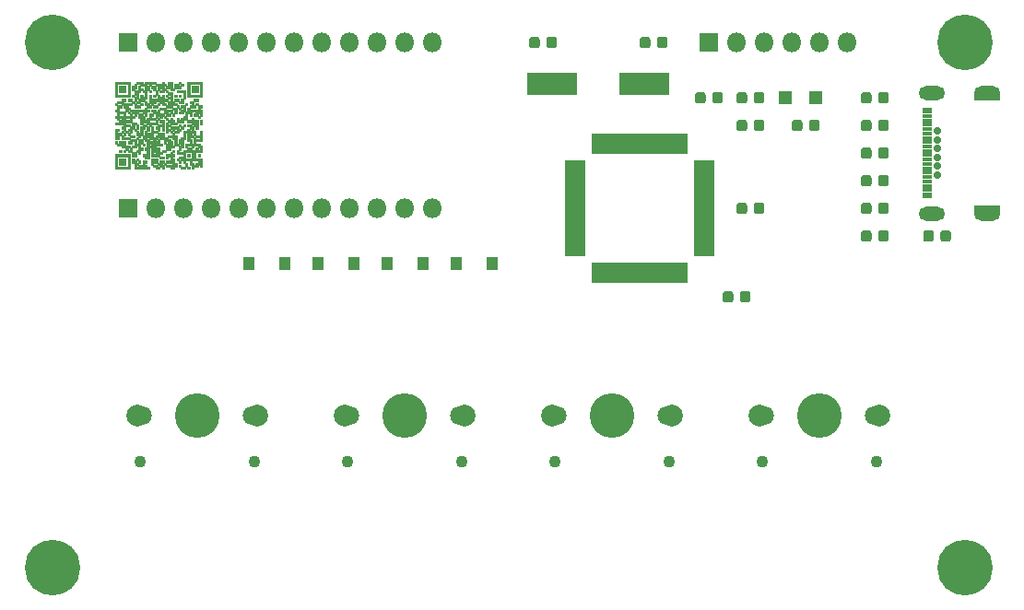
<source format=gbr>
%TF.GenerationSoftware,KiCad,Pcbnew,(5.1.6-0-10_14)*%
%TF.CreationDate,2020-06-18T21:33:12+09:00*%
%TF.ProjectId,name_card_keyboard,6e616d65-5f63-4617-9264-5f6b6579626f,rev?*%
%TF.SameCoordinates,Original*%
%TF.FileFunction,Soldermask,Top*%
%TF.FilePolarity,Negative*%
%FSLAX46Y46*%
G04 Gerber Fmt 4.6, Leading zero omitted, Abs format (unit mm)*
G04 Created by KiCad (PCBNEW (5.1.6-0-10_14)) date 2020-06-18 21:33:12*
%MOMM*%
%LPD*%
G01*
G04 APERTURE LIST*
%ADD10C,0.010000*%
%ADD11C,1.100000*%
%ADD12C,1.800000*%
%ADD13C,2.000000*%
%ADD14C,4.100000*%
%ADD15O,1.800000X1.800000*%
%ADD16R,1.800000X1.800000*%
%ADD17R,0.360000X0.750000*%
%ADD18R,2.400000X0.350000*%
%ADD19O,2.400000X1.300000*%
%ADD20R,0.950000X0.560000*%
%ADD21R,0.950000X0.330000*%
%ADD22C,0.700000*%
%ADD23C,5.100000*%
%ADD24R,0.900000X1.900000*%
%ADD25R,1.900000X0.900000*%
%ADD26R,1.200000X1.200000*%
%ADD27R,1.000000X1.300000*%
%ADD28R,4.600000X2.100000*%
G04 APERTURE END LIST*
D10*
%TO.C,G\u002A\u002A\u002A*%
G36*
X116390615Y-87141538D02*
G01*
X115804461Y-87141538D01*
X115804461Y-86555384D01*
X116390615Y-86555384D01*
X116390615Y-87141538D01*
G37*
X116390615Y-87141538D02*
X115804461Y-87141538D01*
X115804461Y-86555384D01*
X116390615Y-86555384D01*
X116390615Y-87141538D01*
G36*
X109747538Y-87141538D02*
G01*
X109161384Y-87141538D01*
X109161384Y-86555384D01*
X109747538Y-86555384D01*
X109747538Y-87141538D01*
G37*
X109747538Y-87141538D02*
X109161384Y-87141538D01*
X109161384Y-86555384D01*
X109747538Y-86555384D01*
X109747538Y-87141538D01*
G36*
X112092153Y-87141538D02*
G01*
X111896769Y-87141538D01*
X111896769Y-86946153D01*
X112092153Y-86946153D01*
X112092153Y-87141538D01*
G37*
X112092153Y-87141538D02*
X111896769Y-87141538D01*
X111896769Y-86946153D01*
X112092153Y-86946153D01*
X112092153Y-87141538D01*
G36*
X113655230Y-87532307D02*
G01*
X113459846Y-87532307D01*
X113459846Y-87336923D01*
X113655230Y-87336923D01*
X113655230Y-87532307D01*
G37*
X113655230Y-87532307D02*
X113459846Y-87532307D01*
X113459846Y-87336923D01*
X113655230Y-87336923D01*
X113655230Y-87532307D01*
G36*
X111115230Y-88509230D02*
G01*
X110529077Y-88509230D01*
X110529077Y-88118461D01*
X110724461Y-88118461D01*
X110724461Y-88313846D01*
X111115230Y-88313846D01*
X111115230Y-88509230D01*
G37*
X111115230Y-88509230D02*
X110529077Y-88509230D01*
X110529077Y-88118461D01*
X110724461Y-88118461D01*
X110724461Y-88313846D01*
X111115230Y-88313846D01*
X111115230Y-88509230D01*
G36*
X111115230Y-88118461D02*
G01*
X111310615Y-88118461D01*
X111310615Y-88313846D01*
X111115230Y-88313846D01*
X111115230Y-88118461D01*
G37*
X111115230Y-88118461D02*
X111310615Y-88118461D01*
X111310615Y-88313846D01*
X111115230Y-88313846D01*
X111115230Y-88118461D01*
G36*
X115022923Y-90463077D02*
G01*
X114827538Y-90463077D01*
X114827538Y-90658461D01*
X114632153Y-90658461D01*
X114632153Y-90853846D01*
X114241384Y-90853846D01*
X114241384Y-90658461D01*
X114046000Y-90658461D01*
X114046000Y-90853846D01*
X113850615Y-90853846D01*
X113850615Y-90658461D01*
X114046000Y-90658461D01*
X114046000Y-90463077D01*
X114241384Y-90463077D01*
X114241384Y-90658461D01*
X114436769Y-90658461D01*
X114436769Y-90463077D01*
X114241384Y-90463077D01*
X114046000Y-90463077D01*
X113850615Y-90463077D01*
X113850615Y-90658461D01*
X113655230Y-90658461D01*
X113655230Y-90853846D01*
X113459846Y-90853846D01*
X113459846Y-90267692D01*
X113655230Y-90267692D01*
X113655230Y-90463077D01*
X113850615Y-90463077D01*
X113850615Y-90267692D01*
X113655230Y-90267692D01*
X113459846Y-90267692D01*
X113459846Y-89876923D01*
X113655230Y-89876923D01*
X113655230Y-90072307D01*
X113850615Y-90072307D01*
X113850615Y-89876923D01*
X113655230Y-89876923D01*
X113655230Y-89681538D01*
X113850615Y-89681538D01*
X113850615Y-89486153D01*
X114046000Y-89486153D01*
X114046000Y-89681538D01*
X114241384Y-89681538D01*
X114241384Y-89876923D01*
X114436769Y-89876923D01*
X114436769Y-90072307D01*
X113850615Y-90072307D01*
X113850615Y-90267692D01*
X114632153Y-90267692D01*
X114632153Y-90463077D01*
X114827538Y-90463077D01*
X114827538Y-90267692D01*
X114632153Y-90267692D01*
X114632153Y-90072307D01*
X114827538Y-90072307D01*
X114827538Y-90267692D01*
X115022923Y-90267692D01*
X115022923Y-90463077D01*
G37*
X115022923Y-90463077D02*
X114827538Y-90463077D01*
X114827538Y-90658461D01*
X114632153Y-90658461D01*
X114632153Y-90853846D01*
X114241384Y-90853846D01*
X114241384Y-90658461D01*
X114046000Y-90658461D01*
X114046000Y-90853846D01*
X113850615Y-90853846D01*
X113850615Y-90658461D01*
X114046000Y-90658461D01*
X114046000Y-90463077D01*
X114241384Y-90463077D01*
X114241384Y-90658461D01*
X114436769Y-90658461D01*
X114436769Y-90463077D01*
X114241384Y-90463077D01*
X114046000Y-90463077D01*
X113850615Y-90463077D01*
X113850615Y-90658461D01*
X113655230Y-90658461D01*
X113655230Y-90853846D01*
X113459846Y-90853846D01*
X113459846Y-90267692D01*
X113655230Y-90267692D01*
X113655230Y-90463077D01*
X113850615Y-90463077D01*
X113850615Y-90267692D01*
X113655230Y-90267692D01*
X113459846Y-90267692D01*
X113459846Y-89876923D01*
X113655230Y-89876923D01*
X113655230Y-90072307D01*
X113850615Y-90072307D01*
X113850615Y-89876923D01*
X113655230Y-89876923D01*
X113655230Y-89681538D01*
X113850615Y-89681538D01*
X113850615Y-89486153D01*
X114046000Y-89486153D01*
X114046000Y-89681538D01*
X114241384Y-89681538D01*
X114241384Y-89876923D01*
X114436769Y-89876923D01*
X114436769Y-90072307D01*
X113850615Y-90072307D01*
X113850615Y-90267692D01*
X114632153Y-90267692D01*
X114632153Y-90463077D01*
X114827538Y-90463077D01*
X114827538Y-90267692D01*
X114632153Y-90267692D01*
X114632153Y-90072307D01*
X114827538Y-90072307D01*
X114827538Y-90267692D01*
X115022923Y-90267692D01*
X115022923Y-90463077D01*
G36*
X113459846Y-89681538D02*
G01*
X113459846Y-89486153D01*
X113655230Y-89486153D01*
X113655230Y-89681538D01*
X113459846Y-89681538D01*
G37*
X113459846Y-89681538D02*
X113459846Y-89486153D01*
X113655230Y-89486153D01*
X113655230Y-89681538D01*
X113459846Y-89681538D01*
G36*
X113264461Y-89486153D02*
G01*
X113264461Y-89290769D01*
X113459846Y-89290769D01*
X113459846Y-89095384D01*
X113264461Y-89095384D01*
X113264461Y-89290769D01*
X113069077Y-89290769D01*
X113069077Y-89486153D01*
X112873692Y-89486153D01*
X112873692Y-89681538D01*
X112678307Y-89681538D01*
X112678307Y-90072307D01*
X112092153Y-90072307D01*
X112092153Y-90267692D01*
X111896769Y-90267692D01*
X111896769Y-90658461D01*
X111701384Y-90658461D01*
X111701384Y-90267692D01*
X111896769Y-90267692D01*
X111896769Y-90072307D01*
X111701384Y-90072307D01*
X111701384Y-90267692D01*
X111506000Y-90267692D01*
X111506000Y-90463077D01*
X111310615Y-90463077D01*
X111310615Y-91049230D01*
X111115230Y-91049230D01*
X111115230Y-91244615D01*
X110919846Y-91244615D01*
X110919846Y-91049230D01*
X110724461Y-91049230D01*
X110724461Y-90658461D01*
X110919846Y-90658461D01*
X110919846Y-90853846D01*
X111115230Y-90853846D01*
X111115230Y-90267692D01*
X111310615Y-90267692D01*
X111310615Y-90072307D01*
X111115230Y-90072307D01*
X111115230Y-89876923D01*
X111310615Y-89876923D01*
X111310615Y-90072307D01*
X111701384Y-90072307D01*
X111701384Y-89876923D01*
X111310615Y-89876923D01*
X111115230Y-89876923D01*
X111115230Y-89486153D01*
X110919846Y-89486153D01*
X110919846Y-89095384D01*
X110724461Y-89095384D01*
X110724461Y-89290769D01*
X110529077Y-89290769D01*
X110529077Y-89095384D01*
X110333692Y-89095384D01*
X110333692Y-88900000D01*
X110919846Y-88900000D01*
X110919846Y-89095384D01*
X111310615Y-89095384D01*
X111310615Y-89290769D01*
X111506000Y-89290769D01*
X111506000Y-89095384D01*
X111310615Y-89095384D01*
X111310615Y-88900000D01*
X110919846Y-88900000D01*
X110333692Y-88900000D01*
X110138307Y-88900000D01*
X110138307Y-88704615D01*
X111506000Y-88704615D01*
X111506000Y-88509230D01*
X111701384Y-88509230D01*
X111701384Y-88704615D01*
X111896769Y-88704615D01*
X111896769Y-88900000D01*
X111701384Y-88900000D01*
X111701384Y-89290769D01*
X111506000Y-89290769D01*
X111506000Y-89681538D01*
X111701384Y-89681538D01*
X111896769Y-89681538D01*
X111896769Y-89876923D01*
X112482923Y-89876923D01*
X112482923Y-89681538D01*
X111896769Y-89681538D01*
X111701384Y-89681538D01*
X111701384Y-89486153D01*
X111896769Y-89486153D01*
X111896769Y-89290769D01*
X112092153Y-89290769D01*
X112092153Y-89486153D01*
X112482923Y-89486153D01*
X112482923Y-89681538D01*
X112678307Y-89681538D01*
X112678307Y-89486153D01*
X112482923Y-89486153D01*
X112482923Y-89290769D01*
X112678307Y-89290769D01*
X112678307Y-89486153D01*
X112873692Y-89486153D01*
X112873692Y-89290769D01*
X112678307Y-89290769D01*
X112482923Y-89290769D01*
X112482923Y-89095384D01*
X112287538Y-89095384D01*
X112287538Y-89290769D01*
X112092153Y-89290769D01*
X111896769Y-89290769D01*
X111896769Y-89095384D01*
X112287538Y-89095384D01*
X112287538Y-88900000D01*
X112092153Y-88900000D01*
X112092153Y-88704615D01*
X112482923Y-88704615D01*
X112482923Y-88900000D01*
X112678307Y-88900000D01*
X112678307Y-88704615D01*
X112873692Y-88704615D01*
X112873692Y-89095384D01*
X113264461Y-89095384D01*
X113264461Y-88900000D01*
X113655230Y-88900000D01*
X113655230Y-89095384D01*
X113850615Y-89095384D01*
X113850615Y-88900000D01*
X113655230Y-88900000D01*
X113264461Y-88900000D01*
X113264461Y-88704615D01*
X112873692Y-88704615D01*
X112873692Y-88509230D01*
X113459846Y-88509230D01*
X113459846Y-88704615D01*
X114046000Y-88704615D01*
X114046000Y-89095384D01*
X114241384Y-89095384D01*
X114241384Y-88704615D01*
X114046000Y-88704615D01*
X114046000Y-88509230D01*
X114436769Y-88509230D01*
X114436769Y-89095384D01*
X114241384Y-89095384D01*
X114241384Y-89290769D01*
X114046000Y-89290769D01*
X114046000Y-89095384D01*
X113850615Y-89095384D01*
X113850615Y-89290769D01*
X113459846Y-89290769D01*
X113459846Y-89486153D01*
X113264461Y-89486153D01*
G37*
X113264461Y-89486153D02*
X113264461Y-89290769D01*
X113459846Y-89290769D01*
X113459846Y-89095384D01*
X113264461Y-89095384D01*
X113264461Y-89290769D01*
X113069077Y-89290769D01*
X113069077Y-89486153D01*
X112873692Y-89486153D01*
X112873692Y-89681538D01*
X112678307Y-89681538D01*
X112678307Y-90072307D01*
X112092153Y-90072307D01*
X112092153Y-90267692D01*
X111896769Y-90267692D01*
X111896769Y-90658461D01*
X111701384Y-90658461D01*
X111701384Y-90267692D01*
X111896769Y-90267692D01*
X111896769Y-90072307D01*
X111701384Y-90072307D01*
X111701384Y-90267692D01*
X111506000Y-90267692D01*
X111506000Y-90463077D01*
X111310615Y-90463077D01*
X111310615Y-91049230D01*
X111115230Y-91049230D01*
X111115230Y-91244615D01*
X110919846Y-91244615D01*
X110919846Y-91049230D01*
X110724461Y-91049230D01*
X110724461Y-90658461D01*
X110919846Y-90658461D01*
X110919846Y-90853846D01*
X111115230Y-90853846D01*
X111115230Y-90267692D01*
X111310615Y-90267692D01*
X111310615Y-90072307D01*
X111115230Y-90072307D01*
X111115230Y-89876923D01*
X111310615Y-89876923D01*
X111310615Y-90072307D01*
X111701384Y-90072307D01*
X111701384Y-89876923D01*
X111310615Y-89876923D01*
X111115230Y-89876923D01*
X111115230Y-89486153D01*
X110919846Y-89486153D01*
X110919846Y-89095384D01*
X110724461Y-89095384D01*
X110724461Y-89290769D01*
X110529077Y-89290769D01*
X110529077Y-89095384D01*
X110333692Y-89095384D01*
X110333692Y-88900000D01*
X110919846Y-88900000D01*
X110919846Y-89095384D01*
X111310615Y-89095384D01*
X111310615Y-89290769D01*
X111506000Y-89290769D01*
X111506000Y-89095384D01*
X111310615Y-89095384D01*
X111310615Y-88900000D01*
X110919846Y-88900000D01*
X110333692Y-88900000D01*
X110138307Y-88900000D01*
X110138307Y-88704615D01*
X111506000Y-88704615D01*
X111506000Y-88509230D01*
X111701384Y-88509230D01*
X111701384Y-88704615D01*
X111896769Y-88704615D01*
X111896769Y-88900000D01*
X111701384Y-88900000D01*
X111701384Y-89290769D01*
X111506000Y-89290769D01*
X111506000Y-89681538D01*
X111701384Y-89681538D01*
X111896769Y-89681538D01*
X111896769Y-89876923D01*
X112482923Y-89876923D01*
X112482923Y-89681538D01*
X111896769Y-89681538D01*
X111701384Y-89681538D01*
X111701384Y-89486153D01*
X111896769Y-89486153D01*
X111896769Y-89290769D01*
X112092153Y-89290769D01*
X112092153Y-89486153D01*
X112482923Y-89486153D01*
X112482923Y-89681538D01*
X112678307Y-89681538D01*
X112678307Y-89486153D01*
X112482923Y-89486153D01*
X112482923Y-89290769D01*
X112678307Y-89290769D01*
X112678307Y-89486153D01*
X112873692Y-89486153D01*
X112873692Y-89290769D01*
X112678307Y-89290769D01*
X112482923Y-89290769D01*
X112482923Y-89095384D01*
X112287538Y-89095384D01*
X112287538Y-89290769D01*
X112092153Y-89290769D01*
X111896769Y-89290769D01*
X111896769Y-89095384D01*
X112287538Y-89095384D01*
X112287538Y-88900000D01*
X112092153Y-88900000D01*
X112092153Y-88704615D01*
X112482923Y-88704615D01*
X112482923Y-88900000D01*
X112678307Y-88900000D01*
X112678307Y-88704615D01*
X112873692Y-88704615D01*
X112873692Y-89095384D01*
X113264461Y-89095384D01*
X113264461Y-88900000D01*
X113655230Y-88900000D01*
X113655230Y-89095384D01*
X113850615Y-89095384D01*
X113850615Y-88900000D01*
X113655230Y-88900000D01*
X113264461Y-88900000D01*
X113264461Y-88704615D01*
X112873692Y-88704615D01*
X112873692Y-88509230D01*
X113459846Y-88509230D01*
X113459846Y-88704615D01*
X114046000Y-88704615D01*
X114046000Y-89095384D01*
X114241384Y-89095384D01*
X114241384Y-88704615D01*
X114046000Y-88704615D01*
X114046000Y-88509230D01*
X114436769Y-88509230D01*
X114436769Y-89095384D01*
X114241384Y-89095384D01*
X114241384Y-89290769D01*
X114046000Y-89290769D01*
X114046000Y-89095384D01*
X113850615Y-89095384D01*
X113850615Y-89290769D01*
X113459846Y-89290769D01*
X113459846Y-89486153D01*
X113264461Y-89486153D01*
G36*
X109942923Y-91049230D02*
G01*
X109942923Y-90853846D01*
X109747538Y-90853846D01*
X109747538Y-90658461D01*
X109942923Y-90658461D01*
X109942923Y-90853846D01*
X110138307Y-90853846D01*
X110138307Y-90658461D01*
X109942923Y-90658461D01*
X109942923Y-90463077D01*
X110138307Y-90463077D01*
X110138307Y-90267692D01*
X110333692Y-90267692D01*
X110333692Y-89876923D01*
X110724461Y-89876923D01*
X110724461Y-90072307D01*
X110529077Y-90072307D01*
X110529077Y-90463077D01*
X110333692Y-90463077D01*
X110333692Y-90853846D01*
X110138307Y-90853846D01*
X110138307Y-91049230D01*
X109942923Y-91049230D01*
G37*
X109942923Y-91049230D02*
X109942923Y-90853846D01*
X109747538Y-90853846D01*
X109747538Y-90658461D01*
X109942923Y-90658461D01*
X109942923Y-90853846D01*
X110138307Y-90853846D01*
X110138307Y-90658461D01*
X109942923Y-90658461D01*
X109942923Y-90463077D01*
X110138307Y-90463077D01*
X110138307Y-90267692D01*
X110333692Y-90267692D01*
X110333692Y-89876923D01*
X110724461Y-89876923D01*
X110724461Y-90072307D01*
X110529077Y-90072307D01*
X110529077Y-90463077D01*
X110333692Y-90463077D01*
X110333692Y-90853846D01*
X110138307Y-90853846D01*
X110138307Y-91049230D01*
X109942923Y-91049230D01*
G36*
X115022923Y-90072307D02*
G01*
X115218307Y-90072307D01*
X115218307Y-90267692D01*
X115022923Y-90267692D01*
X115022923Y-90072307D01*
G37*
X115022923Y-90072307D02*
X115218307Y-90072307D01*
X115218307Y-90267692D01*
X115022923Y-90267692D01*
X115022923Y-90072307D01*
G36*
X110529077Y-91049230D02*
G01*
X110529077Y-91244615D01*
X110138307Y-91244615D01*
X110138307Y-91049230D01*
X110529077Y-91049230D01*
G37*
X110529077Y-91049230D02*
X110529077Y-91244615D01*
X110138307Y-91244615D01*
X110138307Y-91049230D01*
X110529077Y-91049230D01*
G36*
X110724461Y-90463077D02*
G01*
X110724461Y-90658461D01*
X110529077Y-90658461D01*
X110529077Y-90463077D01*
X110724461Y-90463077D01*
G37*
X110724461Y-90463077D02*
X110724461Y-90658461D01*
X110529077Y-90658461D01*
X110529077Y-90463077D01*
X110724461Y-90463077D01*
G36*
X113069077Y-90072307D02*
G01*
X113069077Y-89876923D01*
X112873692Y-89876923D01*
X112873692Y-89681538D01*
X113264461Y-89681538D01*
X113264461Y-90658461D01*
X113069077Y-90658461D01*
X113069077Y-90267692D01*
X112873692Y-90267692D01*
X112873692Y-90658461D01*
X112678307Y-90658461D01*
X112678307Y-90463077D01*
X112482923Y-90463077D01*
X112482923Y-90267692D01*
X112678307Y-90267692D01*
X112678307Y-90072307D01*
X113069077Y-90072307D01*
G37*
X113069077Y-90072307D02*
X113069077Y-89876923D01*
X112873692Y-89876923D01*
X112873692Y-89681538D01*
X113264461Y-89681538D01*
X113264461Y-90658461D01*
X113069077Y-90658461D01*
X113069077Y-90267692D01*
X112873692Y-90267692D01*
X112873692Y-90658461D01*
X112678307Y-90658461D01*
X112678307Y-90463077D01*
X112482923Y-90463077D01*
X112482923Y-90267692D01*
X112678307Y-90267692D01*
X112678307Y-90072307D01*
X113069077Y-90072307D01*
G36*
X109747538Y-91049230D02*
G01*
X109552153Y-91049230D01*
X109552153Y-90853846D01*
X109747538Y-90853846D01*
X109747538Y-91049230D01*
G37*
X109747538Y-91049230D02*
X109552153Y-91049230D01*
X109552153Y-90853846D01*
X109747538Y-90853846D01*
X109747538Y-91049230D01*
G36*
X110919846Y-91440000D02*
G01*
X110724461Y-91440000D01*
X110724461Y-91244615D01*
X110919846Y-91244615D01*
X110919846Y-91440000D01*
G37*
X110919846Y-91440000D02*
X110724461Y-91440000D01*
X110724461Y-91244615D01*
X110919846Y-91244615D01*
X110919846Y-91440000D01*
G36*
X110724461Y-90072307D02*
G01*
X110919846Y-90072307D01*
X110919846Y-90463077D01*
X110724461Y-90463077D01*
X110724461Y-90072307D01*
G37*
X110724461Y-90072307D02*
X110919846Y-90072307D01*
X110919846Y-90463077D01*
X110724461Y-90463077D01*
X110724461Y-90072307D01*
G36*
X112482923Y-86946153D02*
G01*
X112678307Y-86946153D01*
X112678307Y-87336923D01*
X112482923Y-87336923D01*
X112482923Y-86946153D01*
G37*
X112482923Y-86946153D02*
X112678307Y-86946153D01*
X112678307Y-87336923D01*
X112482923Y-87336923D01*
X112482923Y-86946153D01*
G36*
X112287538Y-86946153D02*
G01*
X112287538Y-86750769D01*
X112092153Y-86750769D01*
X112092153Y-86555384D01*
X112482923Y-86555384D01*
X112482923Y-86946153D01*
X112287538Y-86946153D01*
G37*
X112287538Y-86946153D02*
X112287538Y-86750769D01*
X112092153Y-86750769D01*
X112092153Y-86555384D01*
X112482923Y-86555384D01*
X112482923Y-86946153D01*
X112287538Y-86946153D01*
G36*
X111701384Y-88313846D02*
G01*
X111506000Y-88313846D01*
X111506000Y-87923077D01*
X111701384Y-87923077D01*
X111701384Y-88118461D01*
X111896769Y-88118461D01*
X111896769Y-88313846D01*
X112092153Y-88313846D01*
X112092153Y-88118461D01*
X112287538Y-88118461D01*
X112287538Y-88313846D01*
X112678307Y-88313846D01*
X112678307Y-88118461D01*
X112873692Y-88118461D01*
X112873692Y-87923077D01*
X112482923Y-87923077D01*
X112482923Y-88118461D01*
X112287538Y-88118461D01*
X112092153Y-88118461D01*
X111896769Y-88118461D01*
X111896769Y-87336923D01*
X112092153Y-87336923D01*
X112092153Y-87727692D01*
X112678307Y-87727692D01*
X112678307Y-87336923D01*
X112873692Y-87336923D01*
X112873692Y-87532307D01*
X113069077Y-87532307D01*
X113069077Y-87336923D01*
X113264461Y-87336923D01*
X113264461Y-87727692D01*
X113655230Y-87727692D01*
X113655230Y-87923077D01*
X113264461Y-87923077D01*
X113264461Y-88118461D01*
X113459846Y-88118461D01*
X113459846Y-88313846D01*
X113069077Y-88313846D01*
X113069077Y-88118461D01*
X112873692Y-88118461D01*
X112873692Y-88313846D01*
X112678307Y-88313846D01*
X112678307Y-88509230D01*
X112287538Y-88509230D01*
X112287538Y-88313846D01*
X112092153Y-88313846D01*
X112092153Y-88509230D01*
X111701384Y-88509230D01*
X111701384Y-88313846D01*
G37*
X111701384Y-88313846D02*
X111506000Y-88313846D01*
X111506000Y-87923077D01*
X111701384Y-87923077D01*
X111701384Y-88118461D01*
X111896769Y-88118461D01*
X111896769Y-88313846D01*
X112092153Y-88313846D01*
X112092153Y-88118461D01*
X112287538Y-88118461D01*
X112287538Y-88313846D01*
X112678307Y-88313846D01*
X112678307Y-88118461D01*
X112873692Y-88118461D01*
X112873692Y-87923077D01*
X112482923Y-87923077D01*
X112482923Y-88118461D01*
X112287538Y-88118461D01*
X112092153Y-88118461D01*
X111896769Y-88118461D01*
X111896769Y-87336923D01*
X112092153Y-87336923D01*
X112092153Y-87727692D01*
X112678307Y-87727692D01*
X112678307Y-87336923D01*
X112873692Y-87336923D01*
X112873692Y-87532307D01*
X113069077Y-87532307D01*
X113069077Y-87336923D01*
X113264461Y-87336923D01*
X113264461Y-87727692D01*
X113655230Y-87727692D01*
X113655230Y-87923077D01*
X113264461Y-87923077D01*
X113264461Y-88118461D01*
X113459846Y-88118461D01*
X113459846Y-88313846D01*
X113069077Y-88313846D01*
X113069077Y-88118461D01*
X112873692Y-88118461D01*
X112873692Y-88313846D01*
X112678307Y-88313846D01*
X112678307Y-88509230D01*
X112287538Y-88509230D01*
X112287538Y-88313846D01*
X112092153Y-88313846D01*
X112092153Y-88509230D01*
X111701384Y-88509230D01*
X111701384Y-88313846D01*
G36*
X112482923Y-87532307D02*
G01*
X112287538Y-87532307D01*
X112287538Y-87336923D01*
X112482923Y-87336923D01*
X112482923Y-87532307D01*
G37*
X112482923Y-87532307D02*
X112287538Y-87532307D01*
X112287538Y-87336923D01*
X112482923Y-87336923D01*
X112482923Y-87532307D01*
G36*
X110138307Y-89095384D02*
G01*
X109942923Y-89095384D01*
X109942923Y-88900000D01*
X110138307Y-88900000D01*
X110138307Y-89095384D01*
G37*
X110138307Y-89095384D02*
X109942923Y-89095384D01*
X109942923Y-88900000D01*
X110138307Y-88900000D01*
X110138307Y-89095384D01*
G36*
X115609077Y-93003077D02*
G01*
X115413692Y-93003077D01*
X115413692Y-92807692D01*
X115609077Y-92807692D01*
X115609077Y-93003077D01*
G37*
X115609077Y-93003077D02*
X115413692Y-93003077D01*
X115413692Y-92807692D01*
X115609077Y-92807692D01*
X115609077Y-93003077D01*
G36*
X109747538Y-93784615D02*
G01*
X109161384Y-93784615D01*
X109161384Y-93198461D01*
X109747538Y-93198461D01*
X109747538Y-93784615D01*
G37*
X109747538Y-93784615D02*
X109161384Y-93784615D01*
X109161384Y-93198461D01*
X109747538Y-93198461D01*
X109747538Y-93784615D01*
G36*
X116781384Y-87532307D02*
G01*
X115413692Y-87532307D01*
X115413692Y-86360000D01*
X115609077Y-86360000D01*
X115609077Y-87336923D01*
X116586000Y-87336923D01*
X116586000Y-86360000D01*
X115609077Y-86360000D01*
X115413692Y-86360000D01*
X115413692Y-86164615D01*
X116781384Y-86164615D01*
X116781384Y-87532307D01*
G37*
X116781384Y-87532307D02*
X115413692Y-87532307D01*
X115413692Y-86360000D01*
X115609077Y-86360000D01*
X115609077Y-87336923D01*
X116586000Y-87336923D01*
X116586000Y-86360000D01*
X115609077Y-86360000D01*
X115413692Y-86360000D01*
X115413692Y-86164615D01*
X116781384Y-86164615D01*
X116781384Y-87532307D01*
G36*
X114827538Y-87532307D02*
G01*
X114632153Y-87532307D01*
X114632153Y-87336923D01*
X114827538Y-87336923D01*
X114827538Y-87532307D01*
G37*
X114827538Y-87532307D02*
X114632153Y-87532307D01*
X114632153Y-87336923D01*
X114827538Y-87336923D01*
X114827538Y-87532307D01*
G36*
X114436769Y-87532307D02*
G01*
X114241384Y-87532307D01*
X114241384Y-87336923D01*
X114436769Y-87336923D01*
X114436769Y-87532307D01*
G37*
X114436769Y-87532307D02*
X114241384Y-87532307D01*
X114241384Y-87336923D01*
X114436769Y-87336923D01*
X114436769Y-87532307D01*
G36*
X110138307Y-87532307D02*
G01*
X108770615Y-87532307D01*
X108770615Y-86360000D01*
X108966000Y-86360000D01*
X108966000Y-87336923D01*
X109942923Y-87336923D01*
X109942923Y-86360000D01*
X108966000Y-86360000D01*
X108770615Y-86360000D01*
X108770615Y-86164615D01*
X110138307Y-86164615D01*
X110138307Y-87532307D01*
G37*
X110138307Y-87532307D02*
X108770615Y-87532307D01*
X108770615Y-86360000D01*
X108966000Y-86360000D01*
X108966000Y-87336923D01*
X109942923Y-87336923D01*
X109942923Y-86360000D01*
X108966000Y-86360000D01*
X108770615Y-86360000D01*
X108770615Y-86164615D01*
X110138307Y-86164615D01*
X110138307Y-87532307D01*
G36*
X116781384Y-90072307D02*
G01*
X116586000Y-90072307D01*
X116586000Y-89681538D01*
X116781384Y-89681538D01*
X116781384Y-90072307D01*
G37*
X116781384Y-90072307D02*
X116586000Y-90072307D01*
X116586000Y-89681538D01*
X116781384Y-89681538D01*
X116781384Y-90072307D01*
G36*
X109356769Y-92612307D02*
G01*
X109161384Y-92612307D01*
X109161384Y-92416923D01*
X109356769Y-92416923D01*
X109356769Y-92612307D01*
G37*
X109356769Y-92612307D02*
X109161384Y-92612307D01*
X109161384Y-92416923D01*
X109356769Y-92416923D01*
X109356769Y-92612307D01*
G36*
X116586000Y-93003077D02*
G01*
X116390615Y-93003077D01*
X116390615Y-92807692D01*
X116586000Y-92807692D01*
X116586000Y-93003077D01*
G37*
X116586000Y-93003077D02*
X116390615Y-93003077D01*
X116390615Y-92807692D01*
X116586000Y-92807692D01*
X116586000Y-93003077D01*
G36*
X109747538Y-92221538D02*
G01*
X109942923Y-92221538D01*
X109942923Y-92416923D01*
X110138307Y-92416923D01*
X110138307Y-92221538D01*
X109942923Y-92221538D01*
X109747538Y-92221538D01*
X109356769Y-92221538D01*
X109356769Y-92026153D01*
X108966000Y-92026153D01*
X108966000Y-91830769D01*
X109161384Y-91830769D01*
X109161384Y-91635384D01*
X109747538Y-91635384D01*
X109747538Y-92026153D01*
X110138307Y-92026153D01*
X110138307Y-92221538D01*
X110333692Y-92221538D01*
X110333692Y-92612307D01*
X110724461Y-92612307D01*
X110724461Y-92416923D01*
X110919846Y-92416923D01*
X110919846Y-92026153D01*
X110724461Y-92026153D01*
X110724461Y-92221538D01*
X110333692Y-92221538D01*
X110333692Y-92026153D01*
X110529077Y-92026153D01*
X110529077Y-91635384D01*
X110333692Y-91635384D01*
X110333692Y-91830769D01*
X109942923Y-91830769D01*
X109942923Y-91635384D01*
X110138307Y-91635384D01*
X110138307Y-91440000D01*
X110724461Y-91440000D01*
X110724461Y-91830769D01*
X110919846Y-91830769D01*
X110919846Y-91440000D01*
X111310615Y-91440000D01*
X111310615Y-91830769D01*
X111115230Y-91830769D01*
X111115230Y-92221538D01*
X111310615Y-92221538D01*
X111310615Y-92416923D01*
X111115230Y-92416923D01*
X111115230Y-92807692D01*
X110919846Y-92807692D01*
X110919846Y-92612307D01*
X110724461Y-92612307D01*
X110724461Y-93003077D01*
X110333692Y-93003077D01*
X110333692Y-92612307D01*
X109942923Y-92612307D01*
X109942923Y-92416923D01*
X109747538Y-92416923D01*
X109747538Y-92221538D01*
G37*
X109747538Y-92221538D02*
X109942923Y-92221538D01*
X109942923Y-92416923D01*
X110138307Y-92416923D01*
X110138307Y-92221538D01*
X109942923Y-92221538D01*
X109747538Y-92221538D01*
X109356769Y-92221538D01*
X109356769Y-92026153D01*
X108966000Y-92026153D01*
X108966000Y-91830769D01*
X109161384Y-91830769D01*
X109161384Y-91635384D01*
X109747538Y-91635384D01*
X109747538Y-92026153D01*
X110138307Y-92026153D01*
X110138307Y-92221538D01*
X110333692Y-92221538D01*
X110333692Y-92612307D01*
X110724461Y-92612307D01*
X110724461Y-92416923D01*
X110919846Y-92416923D01*
X110919846Y-92026153D01*
X110724461Y-92026153D01*
X110724461Y-92221538D01*
X110333692Y-92221538D01*
X110333692Y-92026153D01*
X110529077Y-92026153D01*
X110529077Y-91635384D01*
X110333692Y-91635384D01*
X110333692Y-91830769D01*
X109942923Y-91830769D01*
X109942923Y-91635384D01*
X110138307Y-91635384D01*
X110138307Y-91440000D01*
X110724461Y-91440000D01*
X110724461Y-91830769D01*
X110919846Y-91830769D01*
X110919846Y-91440000D01*
X111310615Y-91440000D01*
X111310615Y-91830769D01*
X111115230Y-91830769D01*
X111115230Y-92221538D01*
X111310615Y-92221538D01*
X111310615Y-92416923D01*
X111115230Y-92416923D01*
X111115230Y-92807692D01*
X110919846Y-92807692D01*
X110919846Y-92612307D01*
X110724461Y-92612307D01*
X110724461Y-93003077D01*
X110333692Y-93003077D01*
X110333692Y-92612307D01*
X109942923Y-92612307D01*
X109942923Y-92416923D01*
X109747538Y-92416923D01*
X109747538Y-92221538D01*
G36*
X115218307Y-93980000D02*
G01*
X115218307Y-94175384D01*
X114827538Y-94175384D01*
X114827538Y-93980000D01*
X115218307Y-93980000D01*
G37*
X115218307Y-93980000D02*
X115218307Y-94175384D01*
X114827538Y-94175384D01*
X114827538Y-93980000D01*
X115218307Y-93980000D01*
G36*
X115218307Y-93589230D02*
G01*
X115413692Y-93589230D01*
X115413692Y-93980000D01*
X115218307Y-93980000D01*
X115218307Y-93589230D01*
G37*
X115218307Y-93589230D02*
X115413692Y-93589230D01*
X115413692Y-93980000D01*
X115218307Y-93980000D01*
X115218307Y-93589230D01*
G36*
X115022923Y-93589230D02*
G01*
X115022923Y-93393846D01*
X114827538Y-93393846D01*
X114827538Y-93589230D01*
X114632153Y-93589230D01*
X114632153Y-93393846D01*
X114436769Y-93393846D01*
X114436769Y-93198461D01*
X114632153Y-93198461D01*
X114632153Y-93393846D01*
X114827538Y-93393846D01*
X114827538Y-93198461D01*
X114632153Y-93198461D01*
X114632153Y-93003077D01*
X115022923Y-93003077D01*
X115022923Y-92807692D01*
X114436769Y-92807692D01*
X114436769Y-92416923D01*
X114632153Y-92416923D01*
X114632153Y-92612307D01*
X115022923Y-92612307D01*
X115218307Y-92612307D01*
X115218307Y-93198461D01*
X115804461Y-93198461D01*
X115804461Y-92612307D01*
X115218307Y-92612307D01*
X115022923Y-92612307D01*
X115022923Y-92416923D01*
X115413692Y-92416923D01*
X115804461Y-92416923D01*
X116195230Y-92416923D01*
X116195230Y-92221538D01*
X116390615Y-92221538D01*
X116390615Y-92416923D01*
X116586000Y-92416923D01*
X116586000Y-92221538D01*
X116390615Y-92221538D01*
X116390615Y-92026153D01*
X115999846Y-92026153D01*
X115999846Y-92221538D01*
X115804461Y-92221538D01*
X115804461Y-92416923D01*
X115413692Y-92416923D01*
X115413692Y-92221538D01*
X115218307Y-92221538D01*
X115218307Y-92026153D01*
X115413692Y-92026153D01*
X115413692Y-92221538D01*
X115804461Y-92221538D01*
X115804461Y-92026153D01*
X115413692Y-92026153D01*
X115218307Y-92026153D01*
X115218307Y-91830769D01*
X115609077Y-91830769D01*
X115609077Y-91635384D01*
X115413692Y-91635384D01*
X115413692Y-91244615D01*
X115609077Y-91244615D01*
X115609077Y-91440000D01*
X115804461Y-91440000D01*
X115804461Y-91830769D01*
X115999846Y-91830769D01*
X115999846Y-91244615D01*
X115609077Y-91244615D01*
X115413692Y-91244615D01*
X115413692Y-90853846D01*
X115804461Y-90853846D01*
X115804461Y-91049230D01*
X115999846Y-91049230D01*
X115999846Y-91244615D01*
X116195230Y-91244615D01*
X116195230Y-91440000D01*
X116586000Y-91440000D01*
X116586000Y-91244615D01*
X116195230Y-91244615D01*
X116195230Y-91049230D01*
X115999846Y-91049230D01*
X115999846Y-90853846D01*
X115804461Y-90853846D01*
X115413692Y-90853846D01*
X115218307Y-90853846D01*
X115218307Y-91440000D01*
X115022923Y-91440000D01*
X115022923Y-92221538D01*
X114827538Y-92221538D01*
X114827538Y-92416923D01*
X114632153Y-92416923D01*
X114632153Y-92026153D01*
X114827538Y-92026153D01*
X114827538Y-91830769D01*
X114632153Y-91830769D01*
X114632153Y-92026153D01*
X114241384Y-92026153D01*
X114241384Y-92221538D01*
X113850615Y-92221538D01*
X113850615Y-92416923D01*
X113459846Y-92416923D01*
X113459846Y-92612307D01*
X113069077Y-92612307D01*
X113069077Y-92807692D01*
X112873692Y-92807692D01*
X112873692Y-93003077D01*
X112092153Y-93003077D01*
X112092153Y-92612307D01*
X112287538Y-92612307D01*
X112287538Y-92807692D01*
X112482923Y-92807692D01*
X112482923Y-92612307D01*
X112287538Y-92612307D01*
X112092153Y-92612307D01*
X112092153Y-92221538D01*
X111896769Y-92221538D01*
X111896769Y-93198461D01*
X111506000Y-93198461D01*
X111506000Y-93003077D01*
X111310615Y-93003077D01*
X111310615Y-92807692D01*
X111701384Y-92807692D01*
X111701384Y-92416923D01*
X111506000Y-92416923D01*
X111506000Y-92221538D01*
X111701384Y-92221538D01*
X111701384Y-91830769D01*
X111896769Y-91830769D01*
X111896769Y-92026153D01*
X112092153Y-92026153D01*
X112482923Y-92026153D01*
X112482923Y-92221538D01*
X112873692Y-92221538D01*
X112873692Y-92612307D01*
X113069077Y-92612307D01*
X113069077Y-92416923D01*
X113459846Y-92416923D01*
X113459846Y-91830769D01*
X113264461Y-91830769D01*
X113264461Y-91635384D01*
X113459846Y-91635384D01*
X113459846Y-91830769D01*
X113655230Y-91830769D01*
X113655230Y-91635384D01*
X113459846Y-91635384D01*
X113264461Y-91635384D01*
X113264461Y-91440000D01*
X113655230Y-91440000D01*
X113850615Y-91440000D01*
X113850615Y-91635384D01*
X114046000Y-91635384D01*
X114046000Y-92026153D01*
X114241384Y-92026153D01*
X114241384Y-91440000D01*
X114046000Y-91440000D01*
X114046000Y-91244615D01*
X113655230Y-91244615D01*
X113655230Y-91440000D01*
X113264461Y-91440000D01*
X112873692Y-91440000D01*
X112873692Y-91830769D01*
X113069077Y-91830769D01*
X113069077Y-92026153D01*
X112482923Y-92026153D01*
X112092153Y-92026153D01*
X112092153Y-91830769D01*
X111896769Y-91830769D01*
X111701384Y-91830769D01*
X111701384Y-91635384D01*
X111896769Y-91635384D01*
X112287538Y-91635384D01*
X112287538Y-91440000D01*
X112482923Y-91440000D01*
X112482923Y-91635384D01*
X112678307Y-91635384D01*
X112678307Y-91440000D01*
X112482923Y-91440000D01*
X112287538Y-91440000D01*
X111896769Y-91440000D01*
X111896769Y-91635384D01*
X111701384Y-91635384D01*
X111506000Y-91635384D01*
X111506000Y-91440000D01*
X111310615Y-91440000D01*
X111310615Y-91244615D01*
X111701384Y-91244615D01*
X111701384Y-91440000D01*
X111896769Y-91440000D01*
X111896769Y-91244615D01*
X111701384Y-91244615D01*
X111310615Y-91244615D01*
X111310615Y-91049230D01*
X111506000Y-91049230D01*
X111506000Y-90658461D01*
X111701384Y-90658461D01*
X111701384Y-90853846D01*
X112092153Y-90853846D01*
X112287538Y-90853846D01*
X112287538Y-91244615D01*
X112482923Y-91244615D01*
X112678307Y-91244615D01*
X112678307Y-91440000D01*
X112873692Y-91440000D01*
X112873692Y-91244615D01*
X112678307Y-91244615D01*
X112482923Y-91244615D01*
X112482923Y-91049230D01*
X112678307Y-91049230D01*
X112678307Y-90853846D01*
X112287538Y-90853846D01*
X112092153Y-90853846D01*
X112092153Y-90267692D01*
X112287538Y-90267692D01*
X112287538Y-90658461D01*
X112678307Y-90658461D01*
X112678307Y-90853846D01*
X113264461Y-90853846D01*
X113264461Y-91244615D01*
X113655230Y-91244615D01*
X113655230Y-91049230D01*
X114046000Y-91049230D01*
X114046000Y-90853846D01*
X114241384Y-90853846D01*
X114241384Y-91049230D01*
X114436769Y-91049230D01*
X114436769Y-91830769D01*
X114632153Y-91830769D01*
X114632153Y-91440000D01*
X114827538Y-91440000D01*
X114827538Y-91244615D01*
X115022923Y-91244615D01*
X115022923Y-90658461D01*
X115413692Y-90658461D01*
X115413692Y-90463077D01*
X115609077Y-90463077D01*
X115609077Y-90658461D01*
X115804461Y-90658461D01*
X115804461Y-90463077D01*
X115609077Y-90463077D01*
X115609077Y-90267692D01*
X115413692Y-90267692D01*
X115413692Y-90072307D01*
X115804461Y-90072307D01*
X115804461Y-90267692D01*
X115999846Y-90267692D01*
X115999846Y-90072307D01*
X115804461Y-90072307D01*
X115804461Y-89876923D01*
X115413692Y-89876923D01*
X115413692Y-89681538D01*
X115804461Y-89681538D01*
X115804461Y-89486153D01*
X115999846Y-89486153D01*
X115999846Y-89681538D01*
X116390615Y-89681538D01*
X116390615Y-90463077D01*
X116195230Y-90463077D01*
X116195230Y-90267692D01*
X115999846Y-90267692D01*
X115999846Y-90658461D01*
X116195230Y-90658461D01*
X116195230Y-91049230D01*
X116586000Y-91049230D01*
X116586000Y-90658461D01*
X116781384Y-90658461D01*
X116781384Y-91635384D01*
X116195230Y-91635384D01*
X116195230Y-91830769D01*
X116586000Y-91830769D01*
X116586000Y-92026153D01*
X116781384Y-92026153D01*
X116781384Y-92612307D01*
X116195230Y-92612307D01*
X116195230Y-93198461D01*
X116781384Y-93198461D01*
X116781384Y-93980000D01*
X116586000Y-93980000D01*
X116586000Y-93784615D01*
X116390615Y-93784615D01*
X116390615Y-93980000D01*
X115999846Y-93980000D01*
X115999846Y-94175384D01*
X115804461Y-94175384D01*
X115804461Y-93784615D01*
X115609077Y-93784615D01*
X115609077Y-93393846D01*
X115804461Y-93393846D01*
X115804461Y-93589230D01*
X115999846Y-93589230D01*
X115999846Y-93784615D01*
X116195230Y-93784615D01*
X116195230Y-93589230D01*
X116390615Y-93589230D01*
X116390615Y-93393846D01*
X115804461Y-93393846D01*
X115609077Y-93393846D01*
X115218307Y-93393846D01*
X115218307Y-93589230D01*
X115022923Y-93589230D01*
G37*
X115022923Y-93589230D02*
X115022923Y-93393846D01*
X114827538Y-93393846D01*
X114827538Y-93589230D01*
X114632153Y-93589230D01*
X114632153Y-93393846D01*
X114436769Y-93393846D01*
X114436769Y-93198461D01*
X114632153Y-93198461D01*
X114632153Y-93393846D01*
X114827538Y-93393846D01*
X114827538Y-93198461D01*
X114632153Y-93198461D01*
X114632153Y-93003077D01*
X115022923Y-93003077D01*
X115022923Y-92807692D01*
X114436769Y-92807692D01*
X114436769Y-92416923D01*
X114632153Y-92416923D01*
X114632153Y-92612307D01*
X115022923Y-92612307D01*
X115218307Y-92612307D01*
X115218307Y-93198461D01*
X115804461Y-93198461D01*
X115804461Y-92612307D01*
X115218307Y-92612307D01*
X115022923Y-92612307D01*
X115022923Y-92416923D01*
X115413692Y-92416923D01*
X115804461Y-92416923D01*
X116195230Y-92416923D01*
X116195230Y-92221538D01*
X116390615Y-92221538D01*
X116390615Y-92416923D01*
X116586000Y-92416923D01*
X116586000Y-92221538D01*
X116390615Y-92221538D01*
X116390615Y-92026153D01*
X115999846Y-92026153D01*
X115999846Y-92221538D01*
X115804461Y-92221538D01*
X115804461Y-92416923D01*
X115413692Y-92416923D01*
X115413692Y-92221538D01*
X115218307Y-92221538D01*
X115218307Y-92026153D01*
X115413692Y-92026153D01*
X115413692Y-92221538D01*
X115804461Y-92221538D01*
X115804461Y-92026153D01*
X115413692Y-92026153D01*
X115218307Y-92026153D01*
X115218307Y-91830769D01*
X115609077Y-91830769D01*
X115609077Y-91635384D01*
X115413692Y-91635384D01*
X115413692Y-91244615D01*
X115609077Y-91244615D01*
X115609077Y-91440000D01*
X115804461Y-91440000D01*
X115804461Y-91830769D01*
X115999846Y-91830769D01*
X115999846Y-91244615D01*
X115609077Y-91244615D01*
X115413692Y-91244615D01*
X115413692Y-90853846D01*
X115804461Y-90853846D01*
X115804461Y-91049230D01*
X115999846Y-91049230D01*
X115999846Y-91244615D01*
X116195230Y-91244615D01*
X116195230Y-91440000D01*
X116586000Y-91440000D01*
X116586000Y-91244615D01*
X116195230Y-91244615D01*
X116195230Y-91049230D01*
X115999846Y-91049230D01*
X115999846Y-90853846D01*
X115804461Y-90853846D01*
X115413692Y-90853846D01*
X115218307Y-90853846D01*
X115218307Y-91440000D01*
X115022923Y-91440000D01*
X115022923Y-92221538D01*
X114827538Y-92221538D01*
X114827538Y-92416923D01*
X114632153Y-92416923D01*
X114632153Y-92026153D01*
X114827538Y-92026153D01*
X114827538Y-91830769D01*
X114632153Y-91830769D01*
X114632153Y-92026153D01*
X114241384Y-92026153D01*
X114241384Y-92221538D01*
X113850615Y-92221538D01*
X113850615Y-92416923D01*
X113459846Y-92416923D01*
X113459846Y-92612307D01*
X113069077Y-92612307D01*
X113069077Y-92807692D01*
X112873692Y-92807692D01*
X112873692Y-93003077D01*
X112092153Y-93003077D01*
X112092153Y-92612307D01*
X112287538Y-92612307D01*
X112287538Y-92807692D01*
X112482923Y-92807692D01*
X112482923Y-92612307D01*
X112287538Y-92612307D01*
X112092153Y-92612307D01*
X112092153Y-92221538D01*
X111896769Y-92221538D01*
X111896769Y-93198461D01*
X111506000Y-93198461D01*
X111506000Y-93003077D01*
X111310615Y-93003077D01*
X111310615Y-92807692D01*
X111701384Y-92807692D01*
X111701384Y-92416923D01*
X111506000Y-92416923D01*
X111506000Y-92221538D01*
X111701384Y-92221538D01*
X111701384Y-91830769D01*
X111896769Y-91830769D01*
X111896769Y-92026153D01*
X112092153Y-92026153D01*
X112482923Y-92026153D01*
X112482923Y-92221538D01*
X112873692Y-92221538D01*
X112873692Y-92612307D01*
X113069077Y-92612307D01*
X113069077Y-92416923D01*
X113459846Y-92416923D01*
X113459846Y-91830769D01*
X113264461Y-91830769D01*
X113264461Y-91635384D01*
X113459846Y-91635384D01*
X113459846Y-91830769D01*
X113655230Y-91830769D01*
X113655230Y-91635384D01*
X113459846Y-91635384D01*
X113264461Y-91635384D01*
X113264461Y-91440000D01*
X113655230Y-91440000D01*
X113850615Y-91440000D01*
X113850615Y-91635384D01*
X114046000Y-91635384D01*
X114046000Y-92026153D01*
X114241384Y-92026153D01*
X114241384Y-91440000D01*
X114046000Y-91440000D01*
X114046000Y-91244615D01*
X113655230Y-91244615D01*
X113655230Y-91440000D01*
X113264461Y-91440000D01*
X112873692Y-91440000D01*
X112873692Y-91830769D01*
X113069077Y-91830769D01*
X113069077Y-92026153D01*
X112482923Y-92026153D01*
X112092153Y-92026153D01*
X112092153Y-91830769D01*
X111896769Y-91830769D01*
X111701384Y-91830769D01*
X111701384Y-91635384D01*
X111896769Y-91635384D01*
X112287538Y-91635384D01*
X112287538Y-91440000D01*
X112482923Y-91440000D01*
X112482923Y-91635384D01*
X112678307Y-91635384D01*
X112678307Y-91440000D01*
X112482923Y-91440000D01*
X112287538Y-91440000D01*
X111896769Y-91440000D01*
X111896769Y-91635384D01*
X111701384Y-91635384D01*
X111506000Y-91635384D01*
X111506000Y-91440000D01*
X111310615Y-91440000D01*
X111310615Y-91244615D01*
X111701384Y-91244615D01*
X111701384Y-91440000D01*
X111896769Y-91440000D01*
X111896769Y-91244615D01*
X111701384Y-91244615D01*
X111310615Y-91244615D01*
X111310615Y-91049230D01*
X111506000Y-91049230D01*
X111506000Y-90658461D01*
X111701384Y-90658461D01*
X111701384Y-90853846D01*
X112092153Y-90853846D01*
X112287538Y-90853846D01*
X112287538Y-91244615D01*
X112482923Y-91244615D01*
X112678307Y-91244615D01*
X112678307Y-91440000D01*
X112873692Y-91440000D01*
X112873692Y-91244615D01*
X112678307Y-91244615D01*
X112482923Y-91244615D01*
X112482923Y-91049230D01*
X112678307Y-91049230D01*
X112678307Y-90853846D01*
X112287538Y-90853846D01*
X112092153Y-90853846D01*
X112092153Y-90267692D01*
X112287538Y-90267692D01*
X112287538Y-90658461D01*
X112678307Y-90658461D01*
X112678307Y-90853846D01*
X113264461Y-90853846D01*
X113264461Y-91244615D01*
X113655230Y-91244615D01*
X113655230Y-91049230D01*
X114046000Y-91049230D01*
X114046000Y-90853846D01*
X114241384Y-90853846D01*
X114241384Y-91049230D01*
X114436769Y-91049230D01*
X114436769Y-91830769D01*
X114632153Y-91830769D01*
X114632153Y-91440000D01*
X114827538Y-91440000D01*
X114827538Y-91244615D01*
X115022923Y-91244615D01*
X115022923Y-90658461D01*
X115413692Y-90658461D01*
X115413692Y-90463077D01*
X115609077Y-90463077D01*
X115609077Y-90658461D01*
X115804461Y-90658461D01*
X115804461Y-90463077D01*
X115609077Y-90463077D01*
X115609077Y-90267692D01*
X115413692Y-90267692D01*
X115413692Y-90072307D01*
X115804461Y-90072307D01*
X115804461Y-90267692D01*
X115999846Y-90267692D01*
X115999846Y-90072307D01*
X115804461Y-90072307D01*
X115804461Y-89876923D01*
X115413692Y-89876923D01*
X115413692Y-89681538D01*
X115804461Y-89681538D01*
X115804461Y-89486153D01*
X115999846Y-89486153D01*
X115999846Y-89681538D01*
X116390615Y-89681538D01*
X116390615Y-90463077D01*
X116195230Y-90463077D01*
X116195230Y-90267692D01*
X115999846Y-90267692D01*
X115999846Y-90658461D01*
X116195230Y-90658461D01*
X116195230Y-91049230D01*
X116586000Y-91049230D01*
X116586000Y-90658461D01*
X116781384Y-90658461D01*
X116781384Y-91635384D01*
X116195230Y-91635384D01*
X116195230Y-91830769D01*
X116586000Y-91830769D01*
X116586000Y-92026153D01*
X116781384Y-92026153D01*
X116781384Y-92612307D01*
X116195230Y-92612307D01*
X116195230Y-93198461D01*
X116781384Y-93198461D01*
X116781384Y-93980000D01*
X116586000Y-93980000D01*
X116586000Y-93784615D01*
X116390615Y-93784615D01*
X116390615Y-93980000D01*
X115999846Y-93980000D01*
X115999846Y-94175384D01*
X115804461Y-94175384D01*
X115804461Y-93784615D01*
X115609077Y-93784615D01*
X115609077Y-93393846D01*
X115804461Y-93393846D01*
X115804461Y-93589230D01*
X115999846Y-93589230D01*
X115999846Y-93784615D01*
X116195230Y-93784615D01*
X116195230Y-93589230D01*
X116390615Y-93589230D01*
X116390615Y-93393846D01*
X115804461Y-93393846D01*
X115609077Y-93393846D01*
X115218307Y-93393846D01*
X115218307Y-93589230D01*
X115022923Y-93589230D01*
G36*
X114632153Y-86555384D02*
G01*
X114827538Y-86555384D01*
X114827538Y-86750769D01*
X114241384Y-86750769D01*
X114241384Y-86360000D01*
X114632153Y-86360000D01*
X114632153Y-86555384D01*
G37*
X114632153Y-86555384D02*
X114827538Y-86555384D01*
X114827538Y-86750769D01*
X114241384Y-86750769D01*
X114241384Y-86360000D01*
X114632153Y-86360000D01*
X114632153Y-86555384D01*
G36*
X109747538Y-92612307D02*
G01*
X109552153Y-92612307D01*
X109552153Y-92416923D01*
X109747538Y-92416923D01*
X109747538Y-92612307D01*
G37*
X109747538Y-92612307D02*
X109552153Y-92612307D01*
X109552153Y-92416923D01*
X109747538Y-92416923D01*
X109747538Y-92612307D01*
G36*
X114632153Y-93980000D02*
G01*
X114632153Y-93784615D01*
X114827538Y-93784615D01*
X114827538Y-93980000D01*
X114632153Y-93980000D01*
G37*
X114632153Y-93980000D02*
X114632153Y-93784615D01*
X114827538Y-93784615D01*
X114827538Y-93980000D01*
X114632153Y-93980000D01*
G36*
X114632153Y-86164615D02*
G01*
X114827538Y-86164615D01*
X114827538Y-86360000D01*
X114632153Y-86360000D01*
X114632153Y-86164615D01*
G37*
X114632153Y-86164615D02*
X114827538Y-86164615D01*
X114827538Y-86360000D01*
X114632153Y-86360000D01*
X114632153Y-86164615D01*
G36*
X114241384Y-86946153D02*
G01*
X113850615Y-86946153D01*
X113850615Y-86750769D01*
X113459846Y-86750769D01*
X113459846Y-86946153D01*
X113264461Y-86946153D01*
X113264461Y-87141538D01*
X112873692Y-87141538D01*
X112873692Y-86946153D01*
X112678307Y-86946153D01*
X112678307Y-86750769D01*
X112873692Y-86750769D01*
X112873692Y-86946153D01*
X113069077Y-86946153D01*
X113069077Y-86750769D01*
X112873692Y-86750769D01*
X112678307Y-86750769D01*
X112678307Y-86555384D01*
X113264461Y-86555384D01*
X113264461Y-86750769D01*
X113459846Y-86750769D01*
X113459846Y-86555384D01*
X113264461Y-86555384D01*
X112678307Y-86555384D01*
X112482923Y-86555384D01*
X112482923Y-86360000D01*
X113069077Y-86360000D01*
X113069077Y-86164615D01*
X113264461Y-86164615D01*
X113264461Y-86360000D01*
X113459846Y-86360000D01*
X113459846Y-86555384D01*
X113655230Y-86555384D01*
X113655230Y-86164615D01*
X114046000Y-86164615D01*
X114046000Y-86750769D01*
X114241384Y-86750769D01*
X114241384Y-86946153D01*
G37*
X114241384Y-86946153D02*
X113850615Y-86946153D01*
X113850615Y-86750769D01*
X113459846Y-86750769D01*
X113459846Y-86946153D01*
X113264461Y-86946153D01*
X113264461Y-87141538D01*
X112873692Y-87141538D01*
X112873692Y-86946153D01*
X112678307Y-86946153D01*
X112678307Y-86750769D01*
X112873692Y-86750769D01*
X112873692Y-86946153D01*
X113069077Y-86946153D01*
X113069077Y-86750769D01*
X112873692Y-86750769D01*
X112678307Y-86750769D01*
X112678307Y-86555384D01*
X113264461Y-86555384D01*
X113264461Y-86750769D01*
X113459846Y-86750769D01*
X113459846Y-86555384D01*
X113264461Y-86555384D01*
X112678307Y-86555384D01*
X112482923Y-86555384D01*
X112482923Y-86360000D01*
X113069077Y-86360000D01*
X113069077Y-86164615D01*
X113264461Y-86164615D01*
X113264461Y-86360000D01*
X113459846Y-86360000D01*
X113459846Y-86555384D01*
X113655230Y-86555384D01*
X113655230Y-86164615D01*
X114046000Y-86164615D01*
X114046000Y-86750769D01*
X114241384Y-86750769D01*
X114241384Y-86946153D01*
G36*
X108770615Y-91830769D02*
G01*
X108770615Y-91635384D01*
X108966000Y-91635384D01*
X108966000Y-91830769D01*
X108770615Y-91830769D01*
G37*
X108770615Y-91830769D02*
X108770615Y-91635384D01*
X108966000Y-91635384D01*
X108966000Y-91830769D01*
X108770615Y-91830769D01*
G36*
X113264461Y-93003077D02*
G01*
X113264461Y-93198461D01*
X112873692Y-93198461D01*
X112873692Y-93003077D01*
X113264461Y-93003077D01*
G37*
X113264461Y-93003077D02*
X113264461Y-93198461D01*
X112873692Y-93198461D01*
X112873692Y-93003077D01*
X113264461Y-93003077D01*
G36*
X114827538Y-86360000D02*
G01*
X115022923Y-86360000D01*
X115022923Y-86555384D01*
X114827538Y-86555384D01*
X114827538Y-86360000D01*
G37*
X114827538Y-86360000D02*
X115022923Y-86360000D01*
X115022923Y-86555384D01*
X114827538Y-86555384D01*
X114827538Y-86360000D01*
G36*
X112092153Y-86360000D02*
G01*
X112092153Y-86555384D01*
X111896769Y-86555384D01*
X111896769Y-86946153D01*
X111701384Y-86946153D01*
X111701384Y-87727692D01*
X111506000Y-87727692D01*
X111506000Y-87923077D01*
X111115230Y-87923077D01*
X111115230Y-88118461D01*
X110724461Y-88118461D01*
X110724461Y-87923077D01*
X110529077Y-87923077D01*
X110529077Y-87727692D01*
X110724461Y-87727692D01*
X110724461Y-87923077D01*
X110919846Y-87923077D01*
X110919846Y-87727692D01*
X110724461Y-87727692D01*
X110529077Y-87727692D01*
X110529077Y-87532307D01*
X110333692Y-87532307D01*
X110333692Y-87336923D01*
X110529077Y-87336923D01*
X110529077Y-87532307D01*
X110724461Y-87532307D01*
X110724461Y-87336923D01*
X110529077Y-87336923D01*
X110529077Y-87141538D01*
X110919846Y-87141538D01*
X110919846Y-87727692D01*
X111115230Y-87727692D01*
X111115230Y-87336923D01*
X111310615Y-87336923D01*
X111310615Y-87532307D01*
X111506000Y-87532307D01*
X111506000Y-87141538D01*
X111310615Y-87141538D01*
X111310615Y-86946153D01*
X111115230Y-86946153D01*
X111115230Y-87141538D01*
X110919846Y-87141538D01*
X110529077Y-87141538D01*
X110529077Y-86946153D01*
X110333692Y-86946153D01*
X110333692Y-86750769D01*
X110529077Y-86750769D01*
X110529077Y-86946153D01*
X110919846Y-86946153D01*
X110919846Y-86555384D01*
X111115230Y-86555384D01*
X111115230Y-86750769D01*
X111310615Y-86750769D01*
X111310615Y-86946153D01*
X111506000Y-86946153D01*
X111506000Y-86555384D01*
X111115230Y-86555384D01*
X111115230Y-86360000D01*
X110724461Y-86360000D01*
X110724461Y-86750769D01*
X110529077Y-86750769D01*
X110333692Y-86750769D01*
X110333692Y-86555384D01*
X110529077Y-86555384D01*
X110529077Y-86360000D01*
X110724461Y-86360000D01*
X110724461Y-86164615D01*
X111310615Y-86164615D01*
X111310615Y-86360000D01*
X111506000Y-86360000D01*
X111701384Y-86360000D01*
X111701384Y-86555384D01*
X111896769Y-86555384D01*
X111896769Y-86360000D01*
X111701384Y-86360000D01*
X111506000Y-86360000D01*
X111506000Y-86164615D01*
X112482923Y-86164615D01*
X112482923Y-86360000D01*
X112092153Y-86360000D01*
G37*
X112092153Y-86360000D02*
X112092153Y-86555384D01*
X111896769Y-86555384D01*
X111896769Y-86946153D01*
X111701384Y-86946153D01*
X111701384Y-87727692D01*
X111506000Y-87727692D01*
X111506000Y-87923077D01*
X111115230Y-87923077D01*
X111115230Y-88118461D01*
X110724461Y-88118461D01*
X110724461Y-87923077D01*
X110529077Y-87923077D01*
X110529077Y-87727692D01*
X110724461Y-87727692D01*
X110724461Y-87923077D01*
X110919846Y-87923077D01*
X110919846Y-87727692D01*
X110724461Y-87727692D01*
X110529077Y-87727692D01*
X110529077Y-87532307D01*
X110333692Y-87532307D01*
X110333692Y-87336923D01*
X110529077Y-87336923D01*
X110529077Y-87532307D01*
X110724461Y-87532307D01*
X110724461Y-87336923D01*
X110529077Y-87336923D01*
X110529077Y-87141538D01*
X110919846Y-87141538D01*
X110919846Y-87727692D01*
X111115230Y-87727692D01*
X111115230Y-87336923D01*
X111310615Y-87336923D01*
X111310615Y-87532307D01*
X111506000Y-87532307D01*
X111506000Y-87141538D01*
X111310615Y-87141538D01*
X111310615Y-86946153D01*
X111115230Y-86946153D01*
X111115230Y-87141538D01*
X110919846Y-87141538D01*
X110529077Y-87141538D01*
X110529077Y-86946153D01*
X110333692Y-86946153D01*
X110333692Y-86750769D01*
X110529077Y-86750769D01*
X110529077Y-86946153D01*
X110919846Y-86946153D01*
X110919846Y-86555384D01*
X111115230Y-86555384D01*
X111115230Y-86750769D01*
X111310615Y-86750769D01*
X111310615Y-86946153D01*
X111506000Y-86946153D01*
X111506000Y-86555384D01*
X111115230Y-86555384D01*
X111115230Y-86360000D01*
X110724461Y-86360000D01*
X110724461Y-86750769D01*
X110529077Y-86750769D01*
X110333692Y-86750769D01*
X110333692Y-86555384D01*
X110529077Y-86555384D01*
X110529077Y-86360000D01*
X110724461Y-86360000D01*
X110724461Y-86164615D01*
X111310615Y-86164615D01*
X111310615Y-86360000D01*
X111506000Y-86360000D01*
X111701384Y-86360000D01*
X111701384Y-86555384D01*
X111896769Y-86555384D01*
X111896769Y-86360000D01*
X111701384Y-86360000D01*
X111506000Y-86360000D01*
X111506000Y-86164615D01*
X112482923Y-86164615D01*
X112482923Y-86360000D01*
X112092153Y-86360000D01*
G36*
X109356769Y-91440000D02*
G01*
X109356769Y-91049230D01*
X109552153Y-91049230D01*
X109552153Y-91244615D01*
X110138307Y-91244615D01*
X110138307Y-91440000D01*
X109356769Y-91440000D01*
G37*
X109356769Y-91440000D02*
X109356769Y-91049230D01*
X109552153Y-91049230D01*
X109552153Y-91244615D01*
X110138307Y-91244615D01*
X110138307Y-91440000D01*
X109356769Y-91440000D01*
G36*
X109356769Y-90658461D02*
G01*
X109552153Y-90658461D01*
X109552153Y-90853846D01*
X109356769Y-90853846D01*
X109356769Y-90658461D01*
G37*
X109356769Y-90658461D02*
X109552153Y-90658461D01*
X109552153Y-90853846D01*
X109356769Y-90853846D01*
X109356769Y-90658461D01*
G36*
X109552153Y-90463077D02*
G01*
X109356769Y-90463077D01*
X109356769Y-90267692D01*
X109552153Y-90267692D01*
X109552153Y-90072307D01*
X108770615Y-90072307D01*
X108770615Y-89876923D01*
X109161384Y-89876923D01*
X109161384Y-89681538D01*
X108966000Y-89681538D01*
X108966000Y-89486153D01*
X109161384Y-89486153D01*
X109161384Y-89681538D01*
X109356769Y-89681538D01*
X109356769Y-89486153D01*
X109747538Y-89486153D01*
X109747538Y-89681538D01*
X110138307Y-89681538D01*
X110138307Y-89486153D01*
X109747538Y-89486153D01*
X109356769Y-89486153D01*
X109161384Y-89486153D01*
X108966000Y-89486153D01*
X108770615Y-89486153D01*
X108770615Y-89290769D01*
X108966000Y-89290769D01*
X108966000Y-89095384D01*
X109161384Y-89095384D01*
X109161384Y-89290769D01*
X109552153Y-89290769D01*
X109552153Y-89095384D01*
X109161384Y-89095384D01*
X108966000Y-89095384D01*
X108966000Y-88900000D01*
X108770615Y-88900000D01*
X108770615Y-88704615D01*
X108966000Y-88704615D01*
X108966000Y-88313846D01*
X109356769Y-88313846D01*
X109356769Y-88509230D01*
X109161384Y-88509230D01*
X109161384Y-88900000D01*
X109747538Y-88900000D01*
X109747538Y-89290769D01*
X110138307Y-89290769D01*
X110138307Y-89095384D01*
X110333692Y-89095384D01*
X110333692Y-89290769D01*
X110529077Y-89290769D01*
X110529077Y-89486153D01*
X110333692Y-89486153D01*
X110333692Y-89876923D01*
X109747538Y-89876923D01*
X109747538Y-90072307D01*
X110138307Y-90072307D01*
X110138307Y-90267692D01*
X109747538Y-90267692D01*
X109747538Y-90658461D01*
X109552153Y-90658461D01*
X109552153Y-90463077D01*
G37*
X109552153Y-90463077D02*
X109356769Y-90463077D01*
X109356769Y-90267692D01*
X109552153Y-90267692D01*
X109552153Y-90072307D01*
X108770615Y-90072307D01*
X108770615Y-89876923D01*
X109161384Y-89876923D01*
X109161384Y-89681538D01*
X108966000Y-89681538D01*
X108966000Y-89486153D01*
X109161384Y-89486153D01*
X109161384Y-89681538D01*
X109356769Y-89681538D01*
X109356769Y-89486153D01*
X109747538Y-89486153D01*
X109747538Y-89681538D01*
X110138307Y-89681538D01*
X110138307Y-89486153D01*
X109747538Y-89486153D01*
X109356769Y-89486153D01*
X109161384Y-89486153D01*
X108966000Y-89486153D01*
X108770615Y-89486153D01*
X108770615Y-89290769D01*
X108966000Y-89290769D01*
X108966000Y-89095384D01*
X109161384Y-89095384D01*
X109161384Y-89290769D01*
X109552153Y-89290769D01*
X109552153Y-89095384D01*
X109161384Y-89095384D01*
X108966000Y-89095384D01*
X108966000Y-88900000D01*
X108770615Y-88900000D01*
X108770615Y-88704615D01*
X108966000Y-88704615D01*
X108966000Y-88313846D01*
X109356769Y-88313846D01*
X109356769Y-88509230D01*
X109161384Y-88509230D01*
X109161384Y-88900000D01*
X109747538Y-88900000D01*
X109747538Y-89290769D01*
X110138307Y-89290769D01*
X110138307Y-89095384D01*
X110333692Y-89095384D01*
X110333692Y-89290769D01*
X110529077Y-89290769D01*
X110529077Y-89486153D01*
X110333692Y-89486153D01*
X110333692Y-89876923D01*
X109747538Y-89876923D01*
X109747538Y-90072307D01*
X110138307Y-90072307D01*
X110138307Y-90267692D01*
X109747538Y-90267692D01*
X109747538Y-90658461D01*
X109552153Y-90658461D01*
X109552153Y-90463077D01*
G36*
X108770615Y-88313846D02*
G01*
X108770615Y-88118461D01*
X108966000Y-88118461D01*
X108966000Y-88313846D01*
X108770615Y-88313846D01*
G37*
X108770615Y-88313846D02*
X108770615Y-88118461D01*
X108966000Y-88118461D01*
X108966000Y-88313846D01*
X108770615Y-88313846D01*
G36*
X108966000Y-87923077D02*
G01*
X109356769Y-87923077D01*
X109356769Y-87727692D01*
X109747538Y-87727692D01*
X109747538Y-87923077D01*
X109552153Y-87923077D01*
X109552153Y-88118461D01*
X110333692Y-88118461D01*
X110333692Y-88313846D01*
X109942923Y-88313846D01*
X109942923Y-88509230D01*
X110138307Y-88509230D01*
X110138307Y-88704615D01*
X109942923Y-88704615D01*
X109942923Y-88900000D01*
X109747538Y-88900000D01*
X109747538Y-88509230D01*
X109552153Y-88509230D01*
X109552153Y-88313846D01*
X109356769Y-88313846D01*
X109356769Y-88118461D01*
X108966000Y-88118461D01*
X108966000Y-87923077D01*
G37*
X108966000Y-87923077D02*
X109356769Y-87923077D01*
X109356769Y-87727692D01*
X109747538Y-87727692D01*
X109747538Y-87923077D01*
X109552153Y-87923077D01*
X109552153Y-88118461D01*
X110333692Y-88118461D01*
X110333692Y-88313846D01*
X109942923Y-88313846D01*
X109942923Y-88509230D01*
X110138307Y-88509230D01*
X110138307Y-88704615D01*
X109942923Y-88704615D01*
X109942923Y-88900000D01*
X109747538Y-88900000D01*
X109747538Y-88509230D01*
X109552153Y-88509230D01*
X109552153Y-88313846D01*
X109356769Y-88313846D01*
X109356769Y-88118461D01*
X108966000Y-88118461D01*
X108966000Y-87923077D01*
G36*
X110333692Y-87923077D02*
G01*
X110529077Y-87923077D01*
X110529077Y-88118461D01*
X110333692Y-88118461D01*
X110333692Y-87923077D01*
G37*
X110333692Y-87923077D02*
X110529077Y-87923077D01*
X110529077Y-88118461D01*
X110333692Y-88118461D01*
X110333692Y-87923077D01*
G36*
X114827538Y-88509230D02*
G01*
X114827538Y-88704615D01*
X114632153Y-88704615D01*
X114632153Y-88509230D01*
X114827538Y-88509230D01*
G37*
X114827538Y-88509230D02*
X114827538Y-88704615D01*
X114632153Y-88704615D01*
X114632153Y-88509230D01*
X114827538Y-88509230D01*
G36*
X114827538Y-88313846D02*
G01*
X115218307Y-88313846D01*
X115218307Y-88900000D01*
X115022923Y-88900000D01*
X115022923Y-89095384D01*
X114632153Y-89095384D01*
X114632153Y-88900000D01*
X114827538Y-88900000D01*
X114827538Y-88704615D01*
X115022923Y-88704615D01*
X115022923Y-88509230D01*
X114827538Y-88509230D01*
X114827538Y-88313846D01*
G37*
X114827538Y-88313846D02*
X115218307Y-88313846D01*
X115218307Y-88900000D01*
X115022923Y-88900000D01*
X115022923Y-89095384D01*
X114632153Y-89095384D01*
X114632153Y-88900000D01*
X114827538Y-88900000D01*
X114827538Y-88704615D01*
X115022923Y-88704615D01*
X115022923Y-88509230D01*
X114827538Y-88509230D01*
X114827538Y-88313846D01*
G36*
X115022923Y-89681538D02*
G01*
X115022923Y-89876923D01*
X114436769Y-89876923D01*
X114436769Y-89486153D01*
X114632153Y-89486153D01*
X114632153Y-89681538D01*
X114827538Y-89681538D01*
X114827538Y-89486153D01*
X115022923Y-89486153D01*
X115022923Y-89290769D01*
X115218307Y-89290769D01*
X115218307Y-88900000D01*
X115413692Y-88900000D01*
X115413692Y-88509230D01*
X115609077Y-88509230D01*
X115609077Y-88704615D01*
X116390615Y-88704615D01*
X116390615Y-88313846D01*
X116781384Y-88313846D01*
X116781384Y-88509230D01*
X116586000Y-88509230D01*
X116586000Y-88704615D01*
X116781384Y-88704615D01*
X116781384Y-89290769D01*
X116586000Y-89290769D01*
X116586000Y-89486153D01*
X116390615Y-89486153D01*
X116390615Y-89290769D01*
X115999846Y-89290769D01*
X115999846Y-89095384D01*
X116195230Y-89095384D01*
X116390615Y-89095384D01*
X116390615Y-89290769D01*
X116586000Y-89290769D01*
X116586000Y-89095384D01*
X116390615Y-89095384D01*
X116195230Y-89095384D01*
X116195230Y-88900000D01*
X115804461Y-88900000D01*
X115804461Y-89290769D01*
X115609077Y-89290769D01*
X115609077Y-89095384D01*
X115413692Y-89095384D01*
X115413692Y-89681538D01*
X115022923Y-89681538D01*
G37*
X115022923Y-89681538D02*
X115022923Y-89876923D01*
X114436769Y-89876923D01*
X114436769Y-89486153D01*
X114632153Y-89486153D01*
X114632153Y-89681538D01*
X114827538Y-89681538D01*
X114827538Y-89486153D01*
X115022923Y-89486153D01*
X115022923Y-89290769D01*
X115218307Y-89290769D01*
X115218307Y-88900000D01*
X115413692Y-88900000D01*
X115413692Y-88509230D01*
X115609077Y-88509230D01*
X115609077Y-88704615D01*
X116390615Y-88704615D01*
X116390615Y-88313846D01*
X116781384Y-88313846D01*
X116781384Y-88509230D01*
X116586000Y-88509230D01*
X116586000Y-88704615D01*
X116781384Y-88704615D01*
X116781384Y-89290769D01*
X116586000Y-89290769D01*
X116586000Y-89486153D01*
X116390615Y-89486153D01*
X116390615Y-89290769D01*
X115999846Y-89290769D01*
X115999846Y-89095384D01*
X116195230Y-89095384D01*
X116390615Y-89095384D01*
X116390615Y-89290769D01*
X116586000Y-89290769D01*
X116586000Y-89095384D01*
X116390615Y-89095384D01*
X116195230Y-89095384D01*
X116195230Y-88900000D01*
X115804461Y-88900000D01*
X115804461Y-89290769D01*
X115609077Y-89290769D01*
X115609077Y-89095384D01*
X115413692Y-89095384D01*
X115413692Y-89681538D01*
X115022923Y-89681538D01*
G36*
X116195230Y-88509230D02*
G01*
X115609077Y-88509230D01*
X115609077Y-88313846D01*
X115804461Y-88313846D01*
X115804461Y-88118461D01*
X115609077Y-88118461D01*
X115609077Y-87923077D01*
X115999846Y-87923077D01*
X115999846Y-88313846D01*
X116195230Y-88313846D01*
X116195230Y-88509230D01*
G37*
X116195230Y-88509230D02*
X115609077Y-88509230D01*
X115609077Y-88313846D01*
X115804461Y-88313846D01*
X115804461Y-88118461D01*
X115609077Y-88118461D01*
X115609077Y-87923077D01*
X115999846Y-87923077D01*
X115999846Y-88313846D01*
X116195230Y-88313846D01*
X116195230Y-88509230D01*
G36*
X115022923Y-88118461D02*
G01*
X114632153Y-88118461D01*
X114632153Y-87923077D01*
X114827538Y-87923077D01*
X114827538Y-87727692D01*
X115022923Y-87727692D01*
X115022923Y-88118461D01*
G37*
X115022923Y-88118461D02*
X114632153Y-88118461D01*
X114632153Y-87923077D01*
X114827538Y-87923077D01*
X114827538Y-87727692D01*
X115022923Y-87727692D01*
X115022923Y-88118461D01*
G36*
X114241384Y-87923077D02*
G01*
X114241384Y-87727692D01*
X114632153Y-87727692D01*
X114632153Y-87923077D01*
X114241384Y-87923077D01*
G37*
X114241384Y-87923077D02*
X114241384Y-87727692D01*
X114632153Y-87727692D01*
X114632153Y-87923077D01*
X114241384Y-87923077D01*
G36*
X114241384Y-88118461D02*
G01*
X114436769Y-88118461D01*
X114436769Y-88313846D01*
X114046000Y-88313846D01*
X114046000Y-88509230D01*
X113459846Y-88509230D01*
X113459846Y-88313846D01*
X113655230Y-88313846D01*
X113655230Y-87923077D01*
X113850615Y-87923077D01*
X113850615Y-87727692D01*
X113655230Y-87727692D01*
X113655230Y-87532307D01*
X113850615Y-87532307D01*
X113850615Y-87336923D01*
X113655230Y-87336923D01*
X113655230Y-87141538D01*
X114046000Y-87141538D01*
X114046000Y-87923077D01*
X114241384Y-87923077D01*
X114241384Y-88118461D01*
G37*
X114241384Y-88118461D02*
X114436769Y-88118461D01*
X114436769Y-88313846D01*
X114046000Y-88313846D01*
X114046000Y-88509230D01*
X113459846Y-88509230D01*
X113459846Y-88313846D01*
X113655230Y-88313846D01*
X113655230Y-87923077D01*
X113850615Y-87923077D01*
X113850615Y-87727692D01*
X113655230Y-87727692D01*
X113655230Y-87532307D01*
X113850615Y-87532307D01*
X113850615Y-87336923D01*
X113655230Y-87336923D01*
X113655230Y-87141538D01*
X114046000Y-87141538D01*
X114046000Y-87923077D01*
X114241384Y-87923077D01*
X114241384Y-88118461D01*
G36*
X113459846Y-87141538D02*
G01*
X113459846Y-86946153D01*
X113655230Y-86946153D01*
X113655230Y-87141538D01*
X113459846Y-87141538D01*
G37*
X113459846Y-87141538D02*
X113459846Y-86946153D01*
X113655230Y-86946153D01*
X113655230Y-87141538D01*
X113459846Y-87141538D01*
G36*
X109356769Y-91049230D02*
G01*
X109161384Y-91049230D01*
X109161384Y-91440000D01*
X108770615Y-91440000D01*
X108770615Y-90463077D01*
X109161384Y-90463077D01*
X109161384Y-90658461D01*
X108966000Y-90658461D01*
X108966000Y-90853846D01*
X109356769Y-90853846D01*
X109356769Y-91049230D01*
G37*
X109356769Y-91049230D02*
X109161384Y-91049230D01*
X109161384Y-91440000D01*
X108770615Y-91440000D01*
X108770615Y-90463077D01*
X109161384Y-90463077D01*
X109161384Y-90658461D01*
X108966000Y-90658461D01*
X108966000Y-90853846D01*
X109356769Y-90853846D01*
X109356769Y-91049230D01*
G36*
X114436769Y-88509230D02*
G01*
X114436769Y-88313846D01*
X114632153Y-88313846D01*
X114632153Y-88509230D01*
X114436769Y-88509230D01*
G37*
X114436769Y-88509230D02*
X114436769Y-88313846D01*
X114632153Y-88313846D01*
X114632153Y-88509230D01*
X114436769Y-88509230D01*
G36*
X116195230Y-88118461D02*
G01*
X116390615Y-88118461D01*
X116390615Y-88313846D01*
X116195230Y-88313846D01*
X116195230Y-88118461D01*
G37*
X116195230Y-88118461D02*
X116390615Y-88118461D01*
X116390615Y-88313846D01*
X116195230Y-88313846D01*
X116195230Y-88118461D01*
G36*
X115999846Y-87727692D02*
G01*
X116390615Y-87727692D01*
X116390615Y-87923077D01*
X115999846Y-87923077D01*
X115999846Y-87727692D01*
G37*
X115999846Y-87727692D02*
X116390615Y-87727692D01*
X116390615Y-87923077D01*
X115999846Y-87923077D01*
X115999846Y-87727692D01*
G36*
X115022923Y-87141538D02*
G01*
X114436769Y-87141538D01*
X114436769Y-86946153D01*
X115218307Y-86946153D01*
X115218307Y-87727692D01*
X115022923Y-87727692D01*
X115022923Y-87141538D01*
G37*
X115022923Y-87141538D02*
X114436769Y-87141538D01*
X114436769Y-86946153D01*
X115218307Y-86946153D01*
X115218307Y-87727692D01*
X115022923Y-87727692D01*
X115022923Y-87141538D01*
G36*
X109942923Y-87923077D02*
G01*
X109942923Y-87727692D01*
X110333692Y-87727692D01*
X110333692Y-87923077D01*
X109942923Y-87923077D01*
G37*
X109942923Y-87923077D02*
X109942923Y-87727692D01*
X110333692Y-87727692D01*
X110333692Y-87923077D01*
X109942923Y-87923077D01*
G36*
X111506000Y-92026153D02*
G01*
X111310615Y-92026153D01*
X111310615Y-91830769D01*
X111506000Y-91830769D01*
X111506000Y-92026153D01*
G37*
X111506000Y-92026153D02*
X111310615Y-92026153D01*
X111310615Y-91830769D01*
X111506000Y-91830769D01*
X111506000Y-92026153D01*
G36*
X115609077Y-94175384D02*
G01*
X115413692Y-94175384D01*
X115413692Y-93980000D01*
X115609077Y-93980000D01*
X115609077Y-94175384D01*
G37*
X115609077Y-94175384D02*
X115413692Y-94175384D01*
X115413692Y-93980000D01*
X115609077Y-93980000D01*
X115609077Y-94175384D01*
G36*
X115218307Y-88118461D02*
G01*
X115413692Y-88118461D01*
X115413692Y-88313846D01*
X115218307Y-88313846D01*
X115218307Y-88118461D01*
G37*
X115218307Y-88118461D02*
X115413692Y-88118461D01*
X115413692Y-88313846D01*
X115218307Y-88313846D01*
X115218307Y-88118461D01*
G36*
X114046000Y-92416923D02*
G01*
X114241384Y-92416923D01*
X114241384Y-92612307D01*
X114046000Y-92612307D01*
X114046000Y-92416923D01*
G37*
X114046000Y-92416923D02*
X114241384Y-92416923D01*
X114241384Y-92612307D01*
X114046000Y-92612307D01*
X114046000Y-92416923D01*
G36*
X114046000Y-92807692D02*
G01*
X114241384Y-92807692D01*
X114241384Y-93003077D01*
X114046000Y-93003077D01*
X114046000Y-93198461D01*
X114241384Y-93198461D01*
X114241384Y-93589230D01*
X114436769Y-93589230D01*
X114436769Y-93980000D01*
X114241384Y-93980000D01*
X114241384Y-94175384D01*
X113850615Y-94175384D01*
X113850615Y-93980000D01*
X113459846Y-93980000D01*
X113459846Y-93784615D01*
X113264461Y-93784615D01*
X113264461Y-94175384D01*
X113069077Y-94175384D01*
X113069077Y-93980000D01*
X112873692Y-93980000D01*
X112873692Y-94175384D01*
X112482923Y-94175384D01*
X112482923Y-93980000D01*
X112678307Y-93980000D01*
X112873692Y-93980000D01*
X112873692Y-93784615D01*
X112678307Y-93784615D01*
X112678307Y-93980000D01*
X112482923Y-93980000D01*
X112287538Y-93980000D01*
X112287538Y-93784615D01*
X112092153Y-93784615D01*
X112092153Y-93589230D01*
X112287538Y-93589230D01*
X112287538Y-93784615D01*
X112678307Y-93784615D01*
X112678307Y-93589230D01*
X112287538Y-93589230D01*
X112092153Y-93589230D01*
X112092153Y-93198461D01*
X112678307Y-93198461D01*
X112678307Y-93589230D01*
X112873692Y-93589230D01*
X113069077Y-93589230D01*
X113069077Y-93784615D01*
X113264461Y-93784615D01*
X113264461Y-93589230D01*
X113069077Y-93589230D01*
X112873692Y-93589230D01*
X112873692Y-93393846D01*
X113264461Y-93393846D01*
X113264461Y-93589230D01*
X113459846Y-93589230D01*
X113459846Y-93784615D01*
X114046000Y-93784615D01*
X114046000Y-93589230D01*
X113459846Y-93589230D01*
X113459846Y-93393846D01*
X113850615Y-93393846D01*
X113850615Y-93003077D01*
X113655230Y-93003077D01*
X113655230Y-93198461D01*
X113459846Y-93198461D01*
X113459846Y-92807692D01*
X113850615Y-92807692D01*
X113850615Y-92612307D01*
X114046000Y-92612307D01*
X114046000Y-92807692D01*
G37*
X114046000Y-92807692D02*
X114241384Y-92807692D01*
X114241384Y-93003077D01*
X114046000Y-93003077D01*
X114046000Y-93198461D01*
X114241384Y-93198461D01*
X114241384Y-93589230D01*
X114436769Y-93589230D01*
X114436769Y-93980000D01*
X114241384Y-93980000D01*
X114241384Y-94175384D01*
X113850615Y-94175384D01*
X113850615Y-93980000D01*
X113459846Y-93980000D01*
X113459846Y-93784615D01*
X113264461Y-93784615D01*
X113264461Y-94175384D01*
X113069077Y-94175384D01*
X113069077Y-93980000D01*
X112873692Y-93980000D01*
X112873692Y-94175384D01*
X112482923Y-94175384D01*
X112482923Y-93980000D01*
X112678307Y-93980000D01*
X112873692Y-93980000D01*
X112873692Y-93784615D01*
X112678307Y-93784615D01*
X112678307Y-93980000D01*
X112482923Y-93980000D01*
X112287538Y-93980000D01*
X112287538Y-93784615D01*
X112092153Y-93784615D01*
X112092153Y-93589230D01*
X112287538Y-93589230D01*
X112287538Y-93784615D01*
X112678307Y-93784615D01*
X112678307Y-93589230D01*
X112287538Y-93589230D01*
X112092153Y-93589230D01*
X112092153Y-93198461D01*
X112678307Y-93198461D01*
X112678307Y-93589230D01*
X112873692Y-93589230D01*
X113069077Y-93589230D01*
X113069077Y-93784615D01*
X113264461Y-93784615D01*
X113264461Y-93589230D01*
X113069077Y-93589230D01*
X112873692Y-93589230D01*
X112873692Y-93393846D01*
X113264461Y-93393846D01*
X113264461Y-93589230D01*
X113459846Y-93589230D01*
X113459846Y-93784615D01*
X114046000Y-93784615D01*
X114046000Y-93589230D01*
X113459846Y-93589230D01*
X113459846Y-93393846D01*
X113850615Y-93393846D01*
X113850615Y-93003077D01*
X113655230Y-93003077D01*
X113655230Y-93198461D01*
X113459846Y-93198461D01*
X113459846Y-92807692D01*
X113850615Y-92807692D01*
X113850615Y-92612307D01*
X114046000Y-92612307D01*
X114046000Y-92807692D01*
G36*
X110724461Y-93589230D02*
G01*
X110919846Y-93589230D01*
X110919846Y-93784615D01*
X111310615Y-93784615D01*
X111310615Y-93393846D01*
X111701384Y-93393846D01*
X111701384Y-93589230D01*
X111506000Y-93589230D01*
X111506000Y-93784615D01*
X111701384Y-93784615D01*
X111701384Y-93980000D01*
X111896769Y-93980000D01*
X111896769Y-94175384D01*
X110529077Y-94175384D01*
X110529077Y-93784615D01*
X110724461Y-93784615D01*
X110724461Y-93980000D01*
X110919846Y-93980000D01*
X110919846Y-93784615D01*
X110724461Y-93784615D01*
X110529077Y-93784615D01*
X110529077Y-93589230D01*
X110333692Y-93589230D01*
X110333692Y-93198461D01*
X110529077Y-93198461D01*
X110529077Y-93393846D01*
X110724461Y-93393846D01*
X110724461Y-93589230D01*
G37*
X110724461Y-93589230D02*
X110919846Y-93589230D01*
X110919846Y-93784615D01*
X111310615Y-93784615D01*
X111310615Y-93393846D01*
X111701384Y-93393846D01*
X111701384Y-93589230D01*
X111506000Y-93589230D01*
X111506000Y-93784615D01*
X111701384Y-93784615D01*
X111701384Y-93980000D01*
X111896769Y-93980000D01*
X111896769Y-94175384D01*
X110529077Y-94175384D01*
X110529077Y-93784615D01*
X110724461Y-93784615D01*
X110724461Y-93980000D01*
X110919846Y-93980000D01*
X110919846Y-93784615D01*
X110724461Y-93784615D01*
X110529077Y-93784615D01*
X110529077Y-93589230D01*
X110333692Y-93589230D01*
X110333692Y-93198461D01*
X110529077Y-93198461D01*
X110529077Y-93393846D01*
X110724461Y-93393846D01*
X110724461Y-93589230D01*
G36*
X110724461Y-93198461D02*
G01*
X110919846Y-93198461D01*
X110919846Y-93393846D01*
X110724461Y-93393846D01*
X110724461Y-93198461D01*
G37*
X110724461Y-93198461D02*
X110919846Y-93198461D01*
X110919846Y-93393846D01*
X110724461Y-93393846D01*
X110724461Y-93198461D01*
G36*
X110919846Y-93393846D02*
G01*
X111115230Y-93393846D01*
X111115230Y-93589230D01*
X110919846Y-93589230D01*
X110919846Y-93393846D01*
G37*
X110919846Y-93393846D02*
X111115230Y-93393846D01*
X111115230Y-93589230D01*
X110919846Y-93589230D01*
X110919846Y-93393846D01*
G36*
X110138307Y-94175384D02*
G01*
X108770615Y-94175384D01*
X108770615Y-93003077D01*
X108966000Y-93003077D01*
X108966000Y-93980000D01*
X109942923Y-93980000D01*
X109942923Y-93003077D01*
X108966000Y-93003077D01*
X108770615Y-93003077D01*
X108770615Y-92807692D01*
X110138307Y-92807692D01*
X110138307Y-94175384D01*
G37*
X110138307Y-94175384D02*
X108770615Y-94175384D01*
X108770615Y-93003077D01*
X108966000Y-93003077D01*
X108966000Y-93980000D01*
X109942923Y-93980000D01*
X109942923Y-93003077D01*
X108966000Y-93003077D01*
X108770615Y-93003077D01*
X108770615Y-92807692D01*
X110138307Y-92807692D01*
X110138307Y-94175384D01*
%TD*%
D11*
%TO.C,SW4*%
X168262000Y-121040000D03*
X178702000Y-121040000D03*
D12*
X168402000Y-116840000D03*
X178562000Y-116840000D03*
D13*
X178982000Y-116840000D03*
X167982000Y-116840000D03*
D14*
X173482000Y-116840000D03*
%TD*%
D11*
%TO.C,SW3*%
X149212000Y-121040000D03*
X159652000Y-121040000D03*
D12*
X149352000Y-116840000D03*
X159512000Y-116840000D03*
D13*
X159932000Y-116840000D03*
X148932000Y-116840000D03*
D14*
X154432000Y-116840000D03*
%TD*%
D15*
%TO.C,J3*%
X137922000Y-82550000D03*
X135382000Y-82550000D03*
X132842000Y-82550000D03*
X130302000Y-82550000D03*
X127762000Y-82550000D03*
X125222000Y-82550000D03*
X122682000Y-82550000D03*
X120142000Y-82550000D03*
X117602000Y-82550000D03*
X115062000Y-82550000D03*
X112522000Y-82550000D03*
D16*
X109982000Y-82550000D03*
%TD*%
D11*
%TO.C,SW2*%
X130162000Y-121040000D03*
X140602000Y-121040000D03*
D12*
X130302000Y-116840000D03*
X140462000Y-116840000D03*
D13*
X140882000Y-116840000D03*
X129882000Y-116840000D03*
D14*
X135382000Y-116840000D03*
%TD*%
D17*
%TO.C,J1*%
X187857000Y-97930000D03*
D18*
X188877000Y-97680000D03*
D19*
X188877000Y-87160000D03*
X188877000Y-98260000D03*
X183827000Y-87160000D03*
X183827000Y-98260000D03*
D20*
X183352000Y-88795000D03*
D21*
X183352000Y-89310000D03*
X183352000Y-89710000D03*
X183352000Y-90110000D03*
X183352000Y-90510000D03*
X183352000Y-90910000D03*
X183352000Y-91310000D03*
X183352000Y-91710000D03*
X183352000Y-92110000D03*
X183352000Y-92510000D03*
X183352000Y-92910000D03*
X183352000Y-93310000D03*
X183352000Y-93710000D03*
X183352000Y-94110000D03*
X183352000Y-94510000D03*
X183352000Y-94910000D03*
X183352000Y-95310000D03*
X183352000Y-95710000D03*
D20*
X183352000Y-96625000D03*
D22*
X184277000Y-90710000D03*
X184277000Y-91510000D03*
X184277000Y-92310000D03*
X184277000Y-93110000D03*
X184277000Y-93910000D03*
X184277000Y-94710000D03*
D21*
X183352000Y-96110000D03*
D17*
X189897000Y-97930000D03*
D18*
X188877000Y-87740000D03*
D17*
X187857000Y-87540000D03*
X189897000Y-87540000D03*
%TD*%
%TO.C,R4*%
G36*
G01*
X178862000Y-95531250D02*
X178862000Y-94968750D01*
G75*
G02*
X179105750Y-94725000I243750J0D01*
G01*
X179593250Y-94725000D01*
G75*
G02*
X179837000Y-94968750I0J-243750D01*
G01*
X179837000Y-95531250D01*
G75*
G02*
X179593250Y-95775000I-243750J0D01*
G01*
X179105750Y-95775000D01*
G75*
G02*
X178862000Y-95531250I0J243750D01*
G01*
G37*
G36*
G01*
X177287000Y-95531250D02*
X177287000Y-94968750D01*
G75*
G02*
X177530750Y-94725000I243750J0D01*
G01*
X178018250Y-94725000D01*
G75*
G02*
X178262000Y-94968750I0J-243750D01*
G01*
X178262000Y-95531250D01*
G75*
G02*
X178018250Y-95775000I-243750J0D01*
G01*
X177530750Y-95775000D01*
G75*
G02*
X177287000Y-95531250I0J243750D01*
G01*
G37*
%TD*%
%TO.C,R2*%
G36*
G01*
X178862000Y-92991250D02*
X178862000Y-92428750D01*
G75*
G02*
X179105750Y-92185000I243750J0D01*
G01*
X179593250Y-92185000D01*
G75*
G02*
X179837000Y-92428750I0J-243750D01*
G01*
X179837000Y-92991250D01*
G75*
G02*
X179593250Y-93235000I-243750J0D01*
G01*
X179105750Y-93235000D01*
G75*
G02*
X178862000Y-92991250I0J243750D01*
G01*
G37*
G36*
G01*
X177287000Y-92991250D02*
X177287000Y-92428750D01*
G75*
G02*
X177530750Y-92185000I243750J0D01*
G01*
X178018250Y-92185000D01*
G75*
G02*
X178262000Y-92428750I0J-243750D01*
G01*
X178262000Y-92991250D01*
G75*
G02*
X178018250Y-93235000I-243750J0D01*
G01*
X177530750Y-93235000D01*
G75*
G02*
X177287000Y-92991250I0J243750D01*
G01*
G37*
%TD*%
D23*
%TO.C,Ref\u002A\u002A*%
X102997000Y-130810000D03*
%TD*%
%TO.C,Ref\u002A\u002A*%
X102997000Y-82550000D03*
%TD*%
%TO.C,Ref\u002A\u002A*%
X186817000Y-130810000D03*
%TD*%
%TO.C,Ref\u002A\u002A*%
X186817000Y-82550000D03*
%TD*%
D24*
%TO.C,U1*%
X160972000Y-103690000D03*
X160172000Y-103690000D03*
X159372000Y-103690000D03*
X158572000Y-103690000D03*
X157772000Y-103690000D03*
X156972000Y-103690000D03*
X156172000Y-103690000D03*
X155372000Y-103690000D03*
X154572000Y-103690000D03*
X153772000Y-103690000D03*
X152972000Y-103690000D03*
D25*
X151072000Y-101790000D03*
X151072000Y-100990000D03*
X151072000Y-100190000D03*
X151072000Y-99390000D03*
X151072000Y-98590000D03*
X151072000Y-97790000D03*
X151072000Y-96990000D03*
X151072000Y-96190000D03*
X151072000Y-95390000D03*
X151072000Y-94590000D03*
X151072000Y-93790000D03*
D24*
X152972000Y-91890000D03*
X153772000Y-91890000D03*
X154572000Y-91890000D03*
X155372000Y-91890000D03*
X156172000Y-91890000D03*
X156972000Y-91890000D03*
X157772000Y-91890000D03*
X158572000Y-91890000D03*
X159372000Y-91890000D03*
X160172000Y-91890000D03*
X160972000Y-91890000D03*
D25*
X162872000Y-93790000D03*
X162872000Y-94590000D03*
X162872000Y-95390000D03*
X162872000Y-96190000D03*
X162872000Y-96990000D03*
X162872000Y-97790000D03*
X162872000Y-98590000D03*
X162872000Y-99390000D03*
X162872000Y-100190000D03*
X162872000Y-100990000D03*
X162872000Y-101790000D03*
%TD*%
%TO.C,C1*%
G36*
G01*
X148382000Y-82831250D02*
X148382000Y-82268750D01*
G75*
G02*
X148625750Y-82025000I243750J0D01*
G01*
X149113250Y-82025000D01*
G75*
G02*
X149357000Y-82268750I0J-243750D01*
G01*
X149357000Y-82831250D01*
G75*
G02*
X149113250Y-83075000I-243750J0D01*
G01*
X148625750Y-83075000D01*
G75*
G02*
X148382000Y-82831250I0J243750D01*
G01*
G37*
G36*
G01*
X146807000Y-82831250D02*
X146807000Y-82268750D01*
G75*
G02*
X147050750Y-82025000I243750J0D01*
G01*
X147538250Y-82025000D01*
G75*
G02*
X147782000Y-82268750I0J-243750D01*
G01*
X147782000Y-82831250D01*
G75*
G02*
X147538250Y-83075000I-243750J0D01*
G01*
X147050750Y-83075000D01*
G75*
G02*
X146807000Y-82831250I0J243750D01*
G01*
G37*
%TD*%
%TO.C,C2*%
G36*
G01*
X172512000Y-90451250D02*
X172512000Y-89888750D01*
G75*
G02*
X172755750Y-89645000I243750J0D01*
G01*
X173243250Y-89645000D01*
G75*
G02*
X173487000Y-89888750I0J-243750D01*
G01*
X173487000Y-90451250D01*
G75*
G02*
X173243250Y-90695000I-243750J0D01*
G01*
X172755750Y-90695000D01*
G75*
G02*
X172512000Y-90451250I0J243750D01*
G01*
G37*
G36*
G01*
X170937000Y-90451250D02*
X170937000Y-89888750D01*
G75*
G02*
X171180750Y-89645000I243750J0D01*
G01*
X171668250Y-89645000D01*
G75*
G02*
X171912000Y-89888750I0J-243750D01*
G01*
X171912000Y-90451250D01*
G75*
G02*
X171668250Y-90695000I-243750J0D01*
G01*
X171180750Y-90695000D01*
G75*
G02*
X170937000Y-90451250I0J243750D01*
G01*
G37*
%TD*%
%TO.C,C3*%
G36*
G01*
X158542000Y-82831250D02*
X158542000Y-82268750D01*
G75*
G02*
X158785750Y-82025000I243750J0D01*
G01*
X159273250Y-82025000D01*
G75*
G02*
X159517000Y-82268750I0J-243750D01*
G01*
X159517000Y-82831250D01*
G75*
G02*
X159273250Y-83075000I-243750J0D01*
G01*
X158785750Y-83075000D01*
G75*
G02*
X158542000Y-82831250I0J243750D01*
G01*
G37*
G36*
G01*
X156967000Y-82831250D02*
X156967000Y-82268750D01*
G75*
G02*
X157210750Y-82025000I243750J0D01*
G01*
X157698250Y-82025000D01*
G75*
G02*
X157942000Y-82268750I0J-243750D01*
G01*
X157942000Y-82831250D01*
G75*
G02*
X157698250Y-83075000I-243750J0D01*
G01*
X157210750Y-83075000D01*
G75*
G02*
X156967000Y-82831250I0J243750D01*
G01*
G37*
%TD*%
%TO.C,C4*%
G36*
G01*
X167432000Y-87911250D02*
X167432000Y-87348750D01*
G75*
G02*
X167675750Y-87105000I243750J0D01*
G01*
X168163250Y-87105000D01*
G75*
G02*
X168407000Y-87348750I0J-243750D01*
G01*
X168407000Y-87911250D01*
G75*
G02*
X168163250Y-88155000I-243750J0D01*
G01*
X167675750Y-88155000D01*
G75*
G02*
X167432000Y-87911250I0J243750D01*
G01*
G37*
G36*
G01*
X165857000Y-87911250D02*
X165857000Y-87348750D01*
G75*
G02*
X166100750Y-87105000I243750J0D01*
G01*
X166588250Y-87105000D01*
G75*
G02*
X166832000Y-87348750I0J-243750D01*
G01*
X166832000Y-87911250D01*
G75*
G02*
X166588250Y-88155000I-243750J0D01*
G01*
X166100750Y-88155000D01*
G75*
G02*
X165857000Y-87911250I0J243750D01*
G01*
G37*
%TD*%
%TO.C,C5*%
G36*
G01*
X163622000Y-87911250D02*
X163622000Y-87348750D01*
G75*
G02*
X163865750Y-87105000I243750J0D01*
G01*
X164353250Y-87105000D01*
G75*
G02*
X164597000Y-87348750I0J-243750D01*
G01*
X164597000Y-87911250D01*
G75*
G02*
X164353250Y-88155000I-243750J0D01*
G01*
X163865750Y-88155000D01*
G75*
G02*
X163622000Y-87911250I0J243750D01*
G01*
G37*
G36*
G01*
X162047000Y-87911250D02*
X162047000Y-87348750D01*
G75*
G02*
X162290750Y-87105000I243750J0D01*
G01*
X162778250Y-87105000D01*
G75*
G02*
X163022000Y-87348750I0J-243750D01*
G01*
X163022000Y-87911250D01*
G75*
G02*
X162778250Y-88155000I-243750J0D01*
G01*
X162290750Y-88155000D01*
G75*
G02*
X162047000Y-87911250I0J243750D01*
G01*
G37*
%TD*%
%TO.C,C6*%
G36*
G01*
X166162000Y-106199250D02*
X166162000Y-105636750D01*
G75*
G02*
X166405750Y-105393000I243750J0D01*
G01*
X166893250Y-105393000D01*
G75*
G02*
X167137000Y-105636750I0J-243750D01*
G01*
X167137000Y-106199250D01*
G75*
G02*
X166893250Y-106443000I-243750J0D01*
G01*
X166405750Y-106443000D01*
G75*
G02*
X166162000Y-106199250I0J243750D01*
G01*
G37*
G36*
G01*
X164587000Y-106199250D02*
X164587000Y-105636750D01*
G75*
G02*
X164830750Y-105393000I243750J0D01*
G01*
X165318250Y-105393000D01*
G75*
G02*
X165562000Y-105636750I0J-243750D01*
G01*
X165562000Y-106199250D01*
G75*
G02*
X165318250Y-106443000I-243750J0D01*
G01*
X164830750Y-106443000D01*
G75*
G02*
X164587000Y-106199250I0J243750D01*
G01*
G37*
%TD*%
%TO.C,C7*%
G36*
G01*
X167432000Y-98071250D02*
X167432000Y-97508750D01*
G75*
G02*
X167675750Y-97265000I243750J0D01*
G01*
X168163250Y-97265000D01*
G75*
G02*
X168407000Y-97508750I0J-243750D01*
G01*
X168407000Y-98071250D01*
G75*
G02*
X168163250Y-98315000I-243750J0D01*
G01*
X167675750Y-98315000D01*
G75*
G02*
X167432000Y-98071250I0J243750D01*
G01*
G37*
G36*
G01*
X165857000Y-98071250D02*
X165857000Y-97508750D01*
G75*
G02*
X166100750Y-97265000I243750J0D01*
G01*
X166588250Y-97265000D01*
G75*
G02*
X166832000Y-97508750I0J-243750D01*
G01*
X166832000Y-98071250D01*
G75*
G02*
X166588250Y-98315000I-243750J0D01*
G01*
X166100750Y-98315000D01*
G75*
G02*
X165857000Y-98071250I0J243750D01*
G01*
G37*
%TD*%
D26*
%TO.C,D1*%
X173104000Y-87630000D03*
X170304000Y-87630000D03*
%TD*%
%TO.C,D2*%
G36*
G01*
X183002000Y-100611250D02*
X183002000Y-100048750D01*
G75*
G02*
X183245750Y-99805000I243750J0D01*
G01*
X183733250Y-99805000D01*
G75*
G02*
X183977000Y-100048750I0J-243750D01*
G01*
X183977000Y-100611250D01*
G75*
G02*
X183733250Y-100855000I-243750J0D01*
G01*
X183245750Y-100855000D01*
G75*
G02*
X183002000Y-100611250I0J243750D01*
G01*
G37*
G36*
G01*
X184577000Y-100611250D02*
X184577000Y-100048750D01*
G75*
G02*
X184820750Y-99805000I243750J0D01*
G01*
X185308250Y-99805000D01*
G75*
G02*
X185552000Y-100048750I0J-243750D01*
G01*
X185552000Y-100611250D01*
G75*
G02*
X185308250Y-100855000I-243750J0D01*
G01*
X184820750Y-100855000D01*
G75*
G02*
X184577000Y-100611250I0J243750D01*
G01*
G37*
%TD*%
D27*
%TO.C,D3*%
X124332000Y-102870000D03*
X121032000Y-102870000D03*
%TD*%
%TO.C,D4*%
X130682000Y-102870000D03*
X127382000Y-102870000D03*
%TD*%
%TO.C,D5*%
X137032000Y-102870000D03*
X133732000Y-102870000D03*
%TD*%
%TO.C,D6*%
X143382000Y-102870000D03*
X140082000Y-102870000D03*
%TD*%
%TO.C,F1*%
G36*
G01*
X178862000Y-87911250D02*
X178862000Y-87348750D01*
G75*
G02*
X179105750Y-87105000I243750J0D01*
G01*
X179593250Y-87105000D01*
G75*
G02*
X179837000Y-87348750I0J-243750D01*
G01*
X179837000Y-87911250D01*
G75*
G02*
X179593250Y-88155000I-243750J0D01*
G01*
X179105750Y-88155000D01*
G75*
G02*
X178862000Y-87911250I0J243750D01*
G01*
G37*
G36*
G01*
X177287000Y-87911250D02*
X177287000Y-87348750D01*
G75*
G02*
X177530750Y-87105000I243750J0D01*
G01*
X178018250Y-87105000D01*
G75*
G02*
X178262000Y-87348750I0J-243750D01*
G01*
X178262000Y-87911250D01*
G75*
G02*
X178018250Y-88155000I-243750J0D01*
G01*
X177530750Y-88155000D01*
G75*
G02*
X177287000Y-87911250I0J243750D01*
G01*
G37*
%TD*%
D15*
%TO.C,J2*%
X137922000Y-97790000D03*
X135382000Y-97790000D03*
X132842000Y-97790000D03*
X130302000Y-97790000D03*
X127762000Y-97790000D03*
X125222000Y-97790000D03*
X122682000Y-97790000D03*
X120142000Y-97790000D03*
X117602000Y-97790000D03*
X115062000Y-97790000D03*
X112522000Y-97790000D03*
D16*
X109982000Y-97790000D03*
%TD*%
D15*
%TO.C,J4*%
X176022000Y-82550000D03*
X173482000Y-82550000D03*
X170942000Y-82550000D03*
X168402000Y-82550000D03*
X165862000Y-82550000D03*
D16*
X163322000Y-82550000D03*
%TD*%
%TO.C,R1*%
G36*
G01*
X178862000Y-98071250D02*
X178862000Y-97508750D01*
G75*
G02*
X179105750Y-97265000I243750J0D01*
G01*
X179593250Y-97265000D01*
G75*
G02*
X179837000Y-97508750I0J-243750D01*
G01*
X179837000Y-98071250D01*
G75*
G02*
X179593250Y-98315000I-243750J0D01*
G01*
X179105750Y-98315000D01*
G75*
G02*
X178862000Y-98071250I0J243750D01*
G01*
G37*
G36*
G01*
X177287000Y-98071250D02*
X177287000Y-97508750D01*
G75*
G02*
X177530750Y-97265000I243750J0D01*
G01*
X178018250Y-97265000D01*
G75*
G02*
X178262000Y-97508750I0J-243750D01*
G01*
X178262000Y-98071250D01*
G75*
G02*
X178018250Y-98315000I-243750J0D01*
G01*
X177530750Y-98315000D01*
G75*
G02*
X177287000Y-98071250I0J243750D01*
G01*
G37*
%TD*%
%TO.C,R3*%
G36*
G01*
X178862000Y-90451250D02*
X178862000Y-89888750D01*
G75*
G02*
X179105750Y-89645000I243750J0D01*
G01*
X179593250Y-89645000D01*
G75*
G02*
X179837000Y-89888750I0J-243750D01*
G01*
X179837000Y-90451250D01*
G75*
G02*
X179593250Y-90695000I-243750J0D01*
G01*
X179105750Y-90695000D01*
G75*
G02*
X178862000Y-90451250I0J243750D01*
G01*
G37*
G36*
G01*
X177287000Y-90451250D02*
X177287000Y-89888750D01*
G75*
G02*
X177530750Y-89645000I243750J0D01*
G01*
X178018250Y-89645000D01*
G75*
G02*
X178262000Y-89888750I0J-243750D01*
G01*
X178262000Y-90451250D01*
G75*
G02*
X178018250Y-90695000I-243750J0D01*
G01*
X177530750Y-90695000D01*
G75*
G02*
X177287000Y-90451250I0J243750D01*
G01*
G37*
%TD*%
%TO.C,R5*%
G36*
G01*
X178862000Y-100611250D02*
X178862000Y-100048750D01*
G75*
G02*
X179105750Y-99805000I243750J0D01*
G01*
X179593250Y-99805000D01*
G75*
G02*
X179837000Y-100048750I0J-243750D01*
G01*
X179837000Y-100611250D01*
G75*
G02*
X179593250Y-100855000I-243750J0D01*
G01*
X179105750Y-100855000D01*
G75*
G02*
X178862000Y-100611250I0J243750D01*
G01*
G37*
G36*
G01*
X177287000Y-100611250D02*
X177287000Y-100048750D01*
G75*
G02*
X177530750Y-99805000I243750J0D01*
G01*
X178018250Y-99805000D01*
G75*
G02*
X178262000Y-100048750I0J-243750D01*
G01*
X178262000Y-100611250D01*
G75*
G02*
X178018250Y-100855000I-243750J0D01*
G01*
X177530750Y-100855000D01*
G75*
G02*
X177287000Y-100611250I0J243750D01*
G01*
G37*
%TD*%
%TO.C,R6*%
G36*
G01*
X167432000Y-90451250D02*
X167432000Y-89888750D01*
G75*
G02*
X167675750Y-89645000I243750J0D01*
G01*
X168163250Y-89645000D01*
G75*
G02*
X168407000Y-89888750I0J-243750D01*
G01*
X168407000Y-90451250D01*
G75*
G02*
X168163250Y-90695000I-243750J0D01*
G01*
X167675750Y-90695000D01*
G75*
G02*
X167432000Y-90451250I0J243750D01*
G01*
G37*
G36*
G01*
X165857000Y-90451250D02*
X165857000Y-89888750D01*
G75*
G02*
X166100750Y-89645000I243750J0D01*
G01*
X166588250Y-89645000D01*
G75*
G02*
X166832000Y-89888750I0J-243750D01*
G01*
X166832000Y-90451250D01*
G75*
G02*
X166588250Y-90695000I-243750J0D01*
G01*
X166100750Y-90695000D01*
G75*
G02*
X165857000Y-90451250I0J243750D01*
G01*
G37*
%TD*%
D11*
%TO.C,SW1*%
X111112000Y-121040000D03*
X121552000Y-121040000D03*
D12*
X111252000Y-116840000D03*
X121412000Y-116840000D03*
D13*
X121832000Y-116840000D03*
X110832000Y-116840000D03*
D14*
X116332000Y-116840000D03*
%TD*%
D28*
%TO.C,Y1*%
X148912000Y-86360000D03*
X157412000Y-86360000D03*
%TD*%
M02*

</source>
